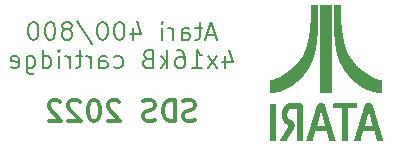
<source format=gbr>
G04 #@! TF.GenerationSoftware,KiCad,Pcbnew,(6.0.11)*
G04 #@! TF.CreationDate,2023-02-19T10:02:12-08:00*
G04 #@! TF.ProjectId,AtariCart,41746172-6943-4617-9274-2e6b69636164,rev?*
G04 #@! TF.SameCoordinates,Original*
G04 #@! TF.FileFunction,Legend,Bot*
G04 #@! TF.FilePolarity,Positive*
%FSLAX46Y46*%
G04 Gerber Fmt 4.6, Leading zero omitted, Abs format (unit mm)*
G04 Created by KiCad (PCBNEW (6.0.11)) date 2023-02-19 10:02:12*
%MOMM*%
%LPD*%
G01*
G04 APERTURE LIST*
%ADD10C,0.200000*%
%ADD11C,0.300000*%
G04 APERTURE END LIST*
D10*
X47298571Y-53398500D02*
X46584285Y-53398500D01*
X47441428Y-53827071D02*
X46941428Y-52327071D01*
X46441428Y-53827071D01*
X46155714Y-52827071D02*
X45584285Y-52827071D01*
X45941428Y-52327071D02*
X45941428Y-53612785D01*
X45870000Y-53755642D01*
X45727142Y-53827071D01*
X45584285Y-53827071D01*
X44441428Y-53827071D02*
X44441428Y-53041357D01*
X44512857Y-52898500D01*
X44655714Y-52827071D01*
X44941428Y-52827071D01*
X45084285Y-52898500D01*
X44441428Y-53755642D02*
X44584285Y-53827071D01*
X44941428Y-53827071D01*
X45084285Y-53755642D01*
X45155714Y-53612785D01*
X45155714Y-53469928D01*
X45084285Y-53327071D01*
X44941428Y-53255642D01*
X44584285Y-53255642D01*
X44441428Y-53184214D01*
X43727142Y-53827071D02*
X43727142Y-52827071D01*
X43727142Y-53112785D02*
X43655714Y-52969928D01*
X43584285Y-52898500D01*
X43441428Y-52827071D01*
X43298571Y-52827071D01*
X42798571Y-53827071D02*
X42798571Y-52827071D01*
X42798571Y-52327071D02*
X42870000Y-52398500D01*
X42798571Y-52469928D01*
X42727142Y-52398500D01*
X42798571Y-52327071D01*
X42798571Y-52469928D01*
X40298571Y-52827071D02*
X40298571Y-53827071D01*
X40655714Y-52255642D02*
X41012857Y-53327071D01*
X40084285Y-53327071D01*
X39227142Y-52327071D02*
X39084285Y-52327071D01*
X38941428Y-52398500D01*
X38870000Y-52469928D01*
X38798571Y-52612785D01*
X38727142Y-52898500D01*
X38727142Y-53255642D01*
X38798571Y-53541357D01*
X38870000Y-53684214D01*
X38941428Y-53755642D01*
X39084285Y-53827071D01*
X39227142Y-53827071D01*
X39370000Y-53755642D01*
X39441428Y-53684214D01*
X39512857Y-53541357D01*
X39584285Y-53255642D01*
X39584285Y-52898500D01*
X39512857Y-52612785D01*
X39441428Y-52469928D01*
X39370000Y-52398500D01*
X39227142Y-52327071D01*
X37798571Y-52327071D02*
X37655714Y-52327071D01*
X37512857Y-52398500D01*
X37441428Y-52469928D01*
X37370000Y-52612785D01*
X37298571Y-52898500D01*
X37298571Y-53255642D01*
X37370000Y-53541357D01*
X37441428Y-53684214D01*
X37512857Y-53755642D01*
X37655714Y-53827071D01*
X37798571Y-53827071D01*
X37941428Y-53755642D01*
X38012857Y-53684214D01*
X38084285Y-53541357D01*
X38155714Y-53255642D01*
X38155714Y-52898500D01*
X38084285Y-52612785D01*
X38012857Y-52469928D01*
X37941428Y-52398500D01*
X37798571Y-52327071D01*
X35584285Y-52255642D02*
X36870000Y-54184214D01*
X34870000Y-52969928D02*
X35012857Y-52898500D01*
X35084285Y-52827071D01*
X35155714Y-52684214D01*
X35155714Y-52612785D01*
X35084285Y-52469928D01*
X35012857Y-52398500D01*
X34870000Y-52327071D01*
X34584285Y-52327071D01*
X34441428Y-52398500D01*
X34370000Y-52469928D01*
X34298571Y-52612785D01*
X34298571Y-52684214D01*
X34370000Y-52827071D01*
X34441428Y-52898500D01*
X34584285Y-52969928D01*
X34870000Y-52969928D01*
X35012857Y-53041357D01*
X35084285Y-53112785D01*
X35155714Y-53255642D01*
X35155714Y-53541357D01*
X35084285Y-53684214D01*
X35012857Y-53755642D01*
X34870000Y-53827071D01*
X34584285Y-53827071D01*
X34441428Y-53755642D01*
X34370000Y-53684214D01*
X34298571Y-53541357D01*
X34298571Y-53255642D01*
X34370000Y-53112785D01*
X34441428Y-53041357D01*
X34584285Y-52969928D01*
X33370000Y-52327071D02*
X33227142Y-52327071D01*
X33084285Y-52398500D01*
X33012857Y-52469928D01*
X32941428Y-52612785D01*
X32870000Y-52898500D01*
X32870000Y-53255642D01*
X32941428Y-53541357D01*
X33012857Y-53684214D01*
X33084285Y-53755642D01*
X33227142Y-53827071D01*
X33370000Y-53827071D01*
X33512857Y-53755642D01*
X33584285Y-53684214D01*
X33655714Y-53541357D01*
X33727142Y-53255642D01*
X33727142Y-52898500D01*
X33655714Y-52612785D01*
X33584285Y-52469928D01*
X33512857Y-52398500D01*
X33370000Y-52327071D01*
X31941428Y-52327071D02*
X31798571Y-52327071D01*
X31655714Y-52398500D01*
X31584285Y-52469928D01*
X31512857Y-52612785D01*
X31441428Y-52898500D01*
X31441428Y-53255642D01*
X31512857Y-53541357D01*
X31584285Y-53684214D01*
X31655714Y-53755642D01*
X31798571Y-53827071D01*
X31941428Y-53827071D01*
X32084285Y-53755642D01*
X32155714Y-53684214D01*
X32227142Y-53541357D01*
X32298571Y-53255642D01*
X32298571Y-52898500D01*
X32227142Y-52612785D01*
X32155714Y-52469928D01*
X32084285Y-52398500D01*
X31941428Y-52327071D01*
X48084285Y-55242071D02*
X48084285Y-56242071D01*
X48441428Y-54670642D02*
X48798571Y-55742071D01*
X47870000Y-55742071D01*
X47441428Y-56242071D02*
X46655714Y-55242071D01*
X47441428Y-55242071D02*
X46655714Y-56242071D01*
X45298571Y-56242071D02*
X46155714Y-56242071D01*
X45727142Y-56242071D02*
X45727142Y-54742071D01*
X45870000Y-54956357D01*
X46012857Y-55099214D01*
X46155714Y-55170642D01*
X44012857Y-54742071D02*
X44298571Y-54742071D01*
X44441428Y-54813500D01*
X44512857Y-54884928D01*
X44655714Y-55099214D01*
X44727142Y-55384928D01*
X44727142Y-55956357D01*
X44655714Y-56099214D01*
X44584285Y-56170642D01*
X44441428Y-56242071D01*
X44155714Y-56242071D01*
X44012857Y-56170642D01*
X43941428Y-56099214D01*
X43870000Y-55956357D01*
X43870000Y-55599214D01*
X43941428Y-55456357D01*
X44012857Y-55384928D01*
X44155714Y-55313500D01*
X44441428Y-55313500D01*
X44584285Y-55384928D01*
X44655714Y-55456357D01*
X44727142Y-55599214D01*
X43227142Y-56242071D02*
X43227142Y-54742071D01*
X43084285Y-55670642D02*
X42655714Y-56242071D01*
X42655714Y-55242071D02*
X43227142Y-55813500D01*
X41512857Y-55456357D02*
X41298571Y-55527785D01*
X41227142Y-55599214D01*
X41155714Y-55742071D01*
X41155714Y-55956357D01*
X41227142Y-56099214D01*
X41298571Y-56170642D01*
X41441428Y-56242071D01*
X42012857Y-56242071D01*
X42012857Y-54742071D01*
X41512857Y-54742071D01*
X41370000Y-54813500D01*
X41298571Y-54884928D01*
X41227142Y-55027785D01*
X41227142Y-55170642D01*
X41298571Y-55313500D01*
X41370000Y-55384928D01*
X41512857Y-55456357D01*
X42012857Y-55456357D01*
X38727142Y-56170642D02*
X38870000Y-56242071D01*
X39155714Y-56242071D01*
X39298571Y-56170642D01*
X39370000Y-56099214D01*
X39441428Y-55956357D01*
X39441428Y-55527785D01*
X39370000Y-55384928D01*
X39298571Y-55313500D01*
X39155714Y-55242071D01*
X38870000Y-55242071D01*
X38727142Y-55313500D01*
X37441428Y-56242071D02*
X37441428Y-55456357D01*
X37512857Y-55313500D01*
X37655714Y-55242071D01*
X37941428Y-55242071D01*
X38084285Y-55313500D01*
X37441428Y-56170642D02*
X37584285Y-56242071D01*
X37941428Y-56242071D01*
X38084285Y-56170642D01*
X38155714Y-56027785D01*
X38155714Y-55884928D01*
X38084285Y-55742071D01*
X37941428Y-55670642D01*
X37584285Y-55670642D01*
X37441428Y-55599214D01*
X36727142Y-56242071D02*
X36727142Y-55242071D01*
X36727142Y-55527785D02*
X36655714Y-55384928D01*
X36584285Y-55313500D01*
X36441428Y-55242071D01*
X36298571Y-55242071D01*
X36012857Y-55242071D02*
X35441428Y-55242071D01*
X35798571Y-54742071D02*
X35798571Y-56027785D01*
X35727142Y-56170642D01*
X35584285Y-56242071D01*
X35441428Y-56242071D01*
X34941428Y-56242071D02*
X34941428Y-55242071D01*
X34941428Y-55527785D02*
X34870000Y-55384928D01*
X34798571Y-55313500D01*
X34655714Y-55242071D01*
X34512857Y-55242071D01*
X34012857Y-56242071D02*
X34012857Y-55242071D01*
X34012857Y-54742071D02*
X34084285Y-54813500D01*
X34012857Y-54884928D01*
X33941428Y-54813500D01*
X34012857Y-54742071D01*
X34012857Y-54884928D01*
X32655714Y-56242071D02*
X32655714Y-54742071D01*
X32655714Y-56170642D02*
X32798571Y-56242071D01*
X33084285Y-56242071D01*
X33227142Y-56170642D01*
X33298571Y-56099214D01*
X33370000Y-55956357D01*
X33370000Y-55527785D01*
X33298571Y-55384928D01*
X33227142Y-55313500D01*
X33084285Y-55242071D01*
X32798571Y-55242071D01*
X32655714Y-55313500D01*
X31298571Y-55242071D02*
X31298571Y-56456357D01*
X31370000Y-56599214D01*
X31441428Y-56670642D01*
X31584285Y-56742071D01*
X31798571Y-56742071D01*
X31941428Y-56670642D01*
X31298571Y-56170642D02*
X31441428Y-56242071D01*
X31727142Y-56242071D01*
X31870000Y-56170642D01*
X31941428Y-56099214D01*
X32012857Y-55956357D01*
X32012857Y-55527785D01*
X31941428Y-55384928D01*
X31870000Y-55313500D01*
X31727142Y-55242071D01*
X31441428Y-55242071D01*
X31298571Y-55313500D01*
X30012857Y-56170642D02*
X30155714Y-56242071D01*
X30441428Y-56242071D01*
X30584285Y-56170642D01*
X30655714Y-56027785D01*
X30655714Y-55456357D01*
X30584285Y-55313500D01*
X30441428Y-55242071D01*
X30155714Y-55242071D01*
X30012857Y-55313500D01*
X29941428Y-55456357D01*
X29941428Y-55599214D01*
X30655714Y-55742071D01*
D11*
X45578333Y-60652333D02*
X45328333Y-60735666D01*
X44911666Y-60735666D01*
X44745000Y-60652333D01*
X44661666Y-60569000D01*
X44578333Y-60402333D01*
X44578333Y-60235666D01*
X44661666Y-60069000D01*
X44745000Y-59985666D01*
X44911666Y-59902333D01*
X45245000Y-59819000D01*
X45411666Y-59735666D01*
X45495000Y-59652333D01*
X45578333Y-59485666D01*
X45578333Y-59319000D01*
X45495000Y-59152333D01*
X45411666Y-59069000D01*
X45245000Y-58985666D01*
X44828333Y-58985666D01*
X44578333Y-59069000D01*
X43828333Y-60735666D02*
X43828333Y-58985666D01*
X43411666Y-58985666D01*
X43161666Y-59069000D01*
X42995000Y-59235666D01*
X42911666Y-59402333D01*
X42828333Y-59735666D01*
X42828333Y-59985666D01*
X42911666Y-60319000D01*
X42995000Y-60485666D01*
X43161666Y-60652333D01*
X43411666Y-60735666D01*
X43828333Y-60735666D01*
X42161666Y-60652333D02*
X41911666Y-60735666D01*
X41495000Y-60735666D01*
X41328333Y-60652333D01*
X41245000Y-60569000D01*
X41161666Y-60402333D01*
X41161666Y-60235666D01*
X41245000Y-60069000D01*
X41328333Y-59985666D01*
X41495000Y-59902333D01*
X41828333Y-59819000D01*
X41995000Y-59735666D01*
X42078333Y-59652333D01*
X42161666Y-59485666D01*
X42161666Y-59319000D01*
X42078333Y-59152333D01*
X41995000Y-59069000D01*
X41828333Y-58985666D01*
X41411666Y-58985666D01*
X41161666Y-59069000D01*
X39161666Y-59152333D02*
X39078333Y-59069000D01*
X38911666Y-58985666D01*
X38495000Y-58985666D01*
X38328333Y-59069000D01*
X38245000Y-59152333D01*
X38161666Y-59319000D01*
X38161666Y-59485666D01*
X38245000Y-59735666D01*
X39245000Y-60735666D01*
X38161666Y-60735666D01*
X37078333Y-58985666D02*
X36911666Y-58985666D01*
X36745000Y-59069000D01*
X36661666Y-59152333D01*
X36578333Y-59319000D01*
X36495000Y-59652333D01*
X36495000Y-60069000D01*
X36578333Y-60402333D01*
X36661666Y-60569000D01*
X36745000Y-60652333D01*
X36911666Y-60735666D01*
X37078333Y-60735666D01*
X37245000Y-60652333D01*
X37328333Y-60569000D01*
X37411666Y-60402333D01*
X37495000Y-60069000D01*
X37495000Y-59652333D01*
X37411666Y-59319000D01*
X37328333Y-59152333D01*
X37245000Y-59069000D01*
X37078333Y-58985666D01*
X35828333Y-59152333D02*
X35745000Y-59069000D01*
X35578333Y-58985666D01*
X35161666Y-58985666D01*
X34995000Y-59069000D01*
X34911666Y-59152333D01*
X34828333Y-59319000D01*
X34828333Y-59485666D01*
X34911666Y-59735666D01*
X35911666Y-60735666D01*
X34828333Y-60735666D01*
X34161666Y-59152333D02*
X34078333Y-59069000D01*
X33911666Y-58985666D01*
X33495000Y-58985666D01*
X33328333Y-59069000D01*
X33245000Y-59152333D01*
X33161666Y-59319000D01*
X33161666Y-59485666D01*
X33245000Y-59735666D01*
X34245000Y-60735666D01*
X33161666Y-60735666D01*
G36*
X57161947Y-54649108D02*
G01*
X57161889Y-58362339D01*
X56122000Y-58362339D01*
X56122000Y-50935877D01*
X57162006Y-50935877D01*
X57161947Y-54649108D01*
G37*
G36*
X57107861Y-61205390D02*
G01*
X57118652Y-61241446D01*
X57130444Y-61280912D01*
X57142917Y-61322707D01*
X57155748Y-61365748D01*
X57168614Y-61408951D01*
X57181195Y-61451233D01*
X57193167Y-61491513D01*
X57204208Y-61528706D01*
X57213997Y-61561730D01*
X57222210Y-61589503D01*
X57228527Y-61610941D01*
X57232625Y-61624962D01*
X57234181Y-61630482D01*
X57234637Y-61632319D01*
X57237521Y-61642369D01*
X57242340Y-61658423D01*
X57248350Y-61677991D01*
X57252257Y-61690711D01*
X57258816Y-61712295D01*
X57267267Y-61740258D01*
X57277271Y-61773458D01*
X57288485Y-61810757D01*
X57300569Y-61851015D01*
X57313182Y-61893091D01*
X57325983Y-61935847D01*
X57338630Y-61978143D01*
X57350784Y-62018838D01*
X57362102Y-62056794D01*
X57372244Y-62090870D01*
X57380869Y-62119927D01*
X57387637Y-62142826D01*
X57392205Y-62158426D01*
X57394233Y-62165587D01*
X57395008Y-62168321D01*
X57398355Y-62178090D01*
X57398580Y-62178722D01*
X57401297Y-62187306D01*
X57406254Y-62203612D01*
X57412978Y-62226066D01*
X57420996Y-62253091D01*
X57429837Y-62283110D01*
X57431642Y-62289257D01*
X57440308Y-62318681D01*
X57448015Y-62344706D01*
X57454301Y-62365780D01*
X57458704Y-62380356D01*
X57460763Y-62386881D01*
X57460212Y-62387908D01*
X57455880Y-62389169D01*
X57446796Y-62390224D01*
X57432303Y-62391088D01*
X57411745Y-62391777D01*
X57384467Y-62392306D01*
X57349813Y-62392690D01*
X57307127Y-62392946D01*
X57255753Y-62393088D01*
X57195035Y-62393132D01*
X57169044Y-62393114D01*
X57119771Y-62392981D01*
X57074086Y-62392726D01*
X57032905Y-62392364D01*
X56997144Y-62391906D01*
X56967718Y-62391367D01*
X56945545Y-62390757D01*
X56931539Y-62390091D01*
X56926618Y-62389381D01*
X56926551Y-62388758D01*
X56926174Y-62386240D01*
X56925316Y-62382138D01*
X56923643Y-62375103D01*
X56920819Y-62363783D01*
X56916508Y-62346828D01*
X56910375Y-62322888D01*
X56902084Y-62290612D01*
X56900120Y-62282962D01*
X56892694Y-62253972D01*
X56884480Y-62221815D01*
X56875888Y-62188100D01*
X56867324Y-62154433D01*
X56859197Y-62122421D01*
X56851915Y-62093671D01*
X56845887Y-62069790D01*
X56841519Y-62052385D01*
X56839221Y-62043063D01*
X56838927Y-62041854D01*
X56836959Y-62034006D01*
X56833274Y-62019481D01*
X56827762Y-61997848D01*
X56820312Y-61968676D01*
X56810816Y-61931536D01*
X56799164Y-61885999D01*
X56785245Y-61831633D01*
X56768949Y-61768009D01*
X56762555Y-61742931D01*
X56755777Y-61716071D01*
X56750133Y-61693408D01*
X56746079Y-61676771D01*
X56744069Y-61667989D01*
X56741966Y-61658585D01*
X56738360Y-61645485D01*
X56735821Y-61637426D01*
X56733178Y-61627676D01*
X56730003Y-61613829D01*
X56727996Y-61605513D01*
X56724366Y-61592551D01*
X56723766Y-61591140D01*
X56722435Y-61589726D01*
X56719850Y-61588487D01*
X56715427Y-61587416D01*
X56708584Y-61586501D01*
X56698736Y-61585733D01*
X56685303Y-61585103D01*
X56667699Y-61584600D01*
X56645343Y-61584214D01*
X56617652Y-61583937D01*
X56584041Y-61583758D01*
X56543929Y-61583667D01*
X56496732Y-61583655D01*
X56441867Y-61583712D01*
X56378751Y-61583828D01*
X56306801Y-61583993D01*
X56225434Y-61584199D01*
X55729557Y-61585473D01*
X55703252Y-61682992D01*
X55701890Y-61688047D01*
X55693845Y-61718002D01*
X55686681Y-61744867D01*
X55680831Y-61767001D01*
X55676730Y-61782764D01*
X55674811Y-61790513D01*
X55673394Y-61796340D01*
X55669567Y-61811188D01*
X55663696Y-61833556D01*
X55656053Y-61862434D01*
X55646911Y-61896810D01*
X55636541Y-61935674D01*
X55625215Y-61978016D01*
X55613205Y-62022823D01*
X55600783Y-62069086D01*
X55588221Y-62115794D01*
X55575790Y-62161935D01*
X55563763Y-62206499D01*
X55552412Y-62248475D01*
X55542009Y-62286853D01*
X55532824Y-62320621D01*
X55525131Y-62348769D01*
X55519201Y-62370285D01*
X55515307Y-62384160D01*
X55513719Y-62389381D01*
X55511891Y-62389785D01*
X55501342Y-62390467D01*
X55482231Y-62391099D01*
X55455473Y-62391668D01*
X55421988Y-62392162D01*
X55382691Y-62392567D01*
X55338501Y-62392873D01*
X55290335Y-62393065D01*
X55239110Y-62393132D01*
X54966810Y-62393132D01*
X54970097Y-62379379D01*
X54973274Y-62368452D01*
X54977868Y-62356875D01*
X54979947Y-62351764D01*
X54979500Y-62348123D01*
X54978971Y-62345682D01*
X54982174Y-62337797D01*
X54985607Y-62330249D01*
X54989673Y-62317223D01*
X54989785Y-62316682D01*
X54992255Y-62307373D01*
X54997028Y-62290861D01*
X55003474Y-62269227D01*
X55010963Y-62244552D01*
X55018863Y-62218916D01*
X55026543Y-62194401D01*
X55033373Y-62173089D01*
X55034199Y-62170539D01*
X55037802Y-62159050D01*
X55039470Y-62153085D01*
X55039602Y-62152523D01*
X55041809Y-62145010D01*
X55046121Y-62131035D01*
X55051776Y-62113077D01*
X55053064Y-62109012D01*
X55058639Y-62091162D01*
X55062799Y-62077450D01*
X55064723Y-62070569D01*
X55065207Y-62068706D01*
X55068195Y-62058645D01*
X55073166Y-62042603D01*
X55079356Y-62023059D01*
X55082099Y-62014451D01*
X55087873Y-61996098D01*
X55092108Y-61982304D01*
X55094040Y-61975550D01*
X55095590Y-61969878D01*
X55099393Y-61957058D01*
X55104457Y-61940543D01*
X55108894Y-61926201D01*
X55112864Y-61913216D01*
X55114767Y-61906786D01*
X55117000Y-61900535D01*
X55117214Y-61900077D01*
X55119500Y-61893034D01*
X55119771Y-61892007D01*
X55121758Y-61886782D01*
X55122364Y-61885442D01*
X55124285Y-61878031D01*
X55125039Y-61875098D01*
X55128427Y-61863404D01*
X55133955Y-61845021D01*
X55141070Y-61821780D01*
X55149217Y-61795514D01*
X55153844Y-61780659D01*
X55161522Y-61755845D01*
X55167886Y-61735074D01*
X55172377Y-61720181D01*
X55174433Y-61712998D01*
X55175285Y-61709490D01*
X55176618Y-61704246D01*
X55177198Y-61700565D01*
X55177582Y-61698956D01*
X55180423Y-61690111D01*
X55185078Y-61676811D01*
X55187081Y-61671149D01*
X55191745Y-61657107D01*
X55194362Y-61647934D01*
X55195812Y-61642523D01*
X55199824Y-61628942D01*
X55205622Y-61609972D01*
X55212507Y-61587922D01*
X55218147Y-61569972D01*
X55223996Y-61551204D01*
X55228131Y-61537747D01*
X55229900Y-61531713D01*
X55231758Y-61526712D01*
X55232383Y-61525362D01*
X55234432Y-61517960D01*
X55235207Y-61515042D01*
X55238613Y-61503355D01*
X55244133Y-61484970D01*
X55251212Y-61461721D01*
X55259299Y-61435444D01*
X55263977Y-61420299D01*
X55271485Y-61395912D01*
X55277646Y-61375798D01*
X55281921Y-61361716D01*
X55283772Y-61355428D01*
X55284285Y-61353540D01*
X55287630Y-61342425D01*
X55292380Y-61327405D01*
X55297156Y-61312798D01*
X55300575Y-61302917D01*
X55301702Y-61299610D01*
X55304604Y-61287915D01*
X55304667Y-61287557D01*
X55306977Y-61278672D01*
X55311485Y-61263604D01*
X55317283Y-61245406D01*
X55317919Y-61243461D01*
X55323555Y-61225958D01*
X55327794Y-61212335D01*
X55329760Y-61205398D01*
X55330808Y-61201481D01*
X55334351Y-61189389D01*
X55339711Y-61171609D01*
X55342384Y-61162890D01*
X55890750Y-61162890D01*
X56228875Y-61162890D01*
X56260919Y-61162873D01*
X56316474Y-61162761D01*
X56368538Y-61162553D01*
X56416299Y-61162257D01*
X56458942Y-61161881D01*
X56495654Y-61161436D01*
X56525621Y-61160931D01*
X56548029Y-61160373D01*
X56562064Y-61159773D01*
X56566914Y-61159139D01*
X56565716Y-61153297D01*
X56562429Y-61139764D01*
X56557563Y-61120611D01*
X56551628Y-61097877D01*
X56545809Y-61075797D01*
X56540498Y-61055512D01*
X56536594Y-61040463D01*
X56534677Y-61032864D01*
X56534650Y-61032752D01*
X56532685Y-61024909D01*
X56528766Y-61009621D01*
X56523451Y-60989049D01*
X56517294Y-60965351D01*
X56511038Y-60941114D01*
X56505519Y-60919324D01*
X56501352Y-60902436D01*
X56499135Y-60892837D01*
X56496990Y-60883424D01*
X56493360Y-60870332D01*
X56491389Y-60863946D01*
X56489101Y-60855329D01*
X56488629Y-60853336D01*
X56486004Y-60842850D01*
X56481435Y-60824861D01*
X56475290Y-60800812D01*
X56467938Y-60772146D01*
X56459748Y-60740307D01*
X56455633Y-60724333D01*
X56447682Y-60693452D01*
X56440676Y-60666223D01*
X56435002Y-60644155D01*
X56431048Y-60628755D01*
X56429203Y-60621533D01*
X56428053Y-60617000D01*
X56424707Y-60604030D01*
X56423407Y-60599064D01*
X56417601Y-60576782D01*
X56411440Y-60553013D01*
X56405500Y-60529991D01*
X56400356Y-60509949D01*
X56396583Y-60495120D01*
X56394756Y-60487738D01*
X56394065Y-60484850D01*
X56391029Y-60472958D01*
X56387000Y-60457751D01*
X56385293Y-60451374D01*
X56381503Y-60436988D01*
X56379163Y-60427765D01*
X56377560Y-60421312D01*
X56374016Y-60407402D01*
X56369586Y-60390238D01*
X56366044Y-60376352D01*
X56361864Y-60359335D01*
X56359204Y-60347729D01*
X56357016Y-60338309D01*
X56353360Y-60325225D01*
X56351384Y-60318840D01*
X56349066Y-60310222D01*
X56347591Y-60304212D01*
X56344009Y-60290069D01*
X56338740Y-60269442D01*
X56332197Y-60243948D01*
X56324792Y-60215203D01*
X56317589Y-60187263D01*
X56310886Y-60161205D01*
X56305396Y-60139806D01*
X56301550Y-60124741D01*
X56299777Y-60117684D01*
X56298600Y-60112964D01*
X56295177Y-60099528D01*
X56290072Y-60079615D01*
X56283747Y-60055020D01*
X56276666Y-60027540D01*
X56269293Y-59998970D01*
X56262091Y-59971107D01*
X56255524Y-59945746D01*
X56250055Y-59924684D01*
X56246149Y-59909718D01*
X56244268Y-59902642D01*
X56244093Y-59902015D01*
X56241324Y-59891560D01*
X56237779Y-59877637D01*
X56236708Y-59873476D01*
X56234652Y-59867375D01*
X56232551Y-59865994D01*
X56229939Y-59870332D01*
X56226346Y-59881388D01*
X56221305Y-59900160D01*
X56214348Y-59927647D01*
X56210431Y-59943063D01*
X56204128Y-59967172D01*
X56198446Y-59988133D01*
X56194263Y-60002662D01*
X56192483Y-60008597D01*
X56187903Y-60025115D01*
X56184915Y-60037668D01*
X56184159Y-60041090D01*
X56180924Y-60054201D01*
X56175839Y-60073935D01*
X56169429Y-60098271D01*
X56162219Y-60125186D01*
X56158474Y-60139088D01*
X56151674Y-60164543D01*
X56145969Y-60186176D01*
X56141867Y-60202044D01*
X56139881Y-60210202D01*
X56139523Y-60211820D01*
X56138206Y-60217257D01*
X56135935Y-60226201D01*
X56132531Y-60239336D01*
X56127812Y-60257345D01*
X56121597Y-60280913D01*
X56113707Y-60310724D01*
X56103961Y-60347461D01*
X56092177Y-60391810D01*
X56078177Y-60444455D01*
X56061777Y-60506079D01*
X56057870Y-60520789D01*
X56051165Y-60546185D01*
X56045551Y-60567640D01*
X56041527Y-60583246D01*
X56039590Y-60591096D01*
X56037901Y-60598157D01*
X56034182Y-60612774D01*
X56029578Y-60630285D01*
X56024946Y-60647662D01*
X56016839Y-60678163D01*
X56008146Y-60710955D01*
X55999261Y-60744543D01*
X55990579Y-60777432D01*
X55982493Y-60808128D01*
X55975396Y-60835136D01*
X55969685Y-60856961D01*
X55965751Y-60872109D01*
X55963990Y-60879084D01*
X55963414Y-60881592D01*
X55961583Y-60889178D01*
X55959033Y-60899026D01*
X55955117Y-60913595D01*
X55949190Y-60935345D01*
X55945368Y-60949481D01*
X55941479Y-60964226D01*
X55939329Y-60972853D01*
X55939302Y-60972974D01*
X55937343Y-60980832D01*
X55933390Y-60996120D01*
X55928003Y-61016682D01*
X55921743Y-61040366D01*
X55921499Y-61041288D01*
X55915273Y-61064892D01*
X55909959Y-61085294D01*
X55906113Y-61100341D01*
X55904292Y-61107879D01*
X55903498Y-61111349D01*
X55902000Y-61115381D01*
X55901628Y-61115728D01*
X55900366Y-61119545D01*
X55898072Y-61129186D01*
X55894253Y-61146637D01*
X55890750Y-61162890D01*
X55342384Y-61162890D01*
X55346216Y-61150387D01*
X55350959Y-61134879D01*
X55356622Y-61115910D01*
X55360605Y-61101993D01*
X55362255Y-61095377D01*
X55363034Y-61092573D01*
X55368038Y-61084124D01*
X55370293Y-61080906D01*
X55370335Y-61077873D01*
X55369819Y-61076846D01*
X55371126Y-61069227D01*
X55375102Y-61056619D01*
X55377081Y-61051027D01*
X55381743Y-61036992D01*
X55384362Y-61027812D01*
X55385808Y-61022406D01*
X55389807Y-61008825D01*
X55395586Y-60989853D01*
X55402447Y-60967800D01*
X55408022Y-60949945D01*
X55413899Y-60930836D01*
X55418077Y-60916909D01*
X55419895Y-60910340D01*
X55420250Y-60908819D01*
X55423018Y-60898991D01*
X55427492Y-60884101D01*
X55432630Y-60867526D01*
X55437390Y-60852642D01*
X55440730Y-60842827D01*
X55441927Y-60839387D01*
X55444781Y-60829293D01*
X55445636Y-60825932D01*
X55449001Y-60814396D01*
X55453696Y-60799287D01*
X55453714Y-60799230D01*
X55459258Y-60781763D01*
X55466083Y-60760146D01*
X55473576Y-60736333D01*
X55481125Y-60712281D01*
X55488115Y-60689945D01*
X55493935Y-60671281D01*
X55497971Y-60658244D01*
X55499610Y-60652790D01*
X55500826Y-60647989D01*
X55504293Y-60635182D01*
X55508584Y-60619834D01*
X55512557Y-60606011D01*
X55515070Y-60597779D01*
X55516229Y-60594128D01*
X55517266Y-60589003D01*
X55517319Y-60588480D01*
X55519600Y-60581747D01*
X55524226Y-60570159D01*
X55525480Y-60567115D01*
X55529777Y-60555893D01*
X55531456Y-60550083D01*
X55532325Y-60545949D01*
X55535444Y-60534551D01*
X55540065Y-60518918D01*
X55543999Y-60505932D01*
X55547882Y-60492982D01*
X55549767Y-60486507D01*
X55551758Y-60481506D01*
X55552495Y-60479693D01*
X55554409Y-60471723D01*
X55555653Y-60466523D01*
X55559422Y-60453101D01*
X55564414Y-60436716D01*
X55565971Y-60431784D01*
X55571159Y-60415269D01*
X55574122Y-60405567D01*
X55575520Y-60400462D01*
X55576012Y-60397739D01*
X55576028Y-60397631D01*
X55577995Y-60391340D01*
X55582093Y-60380236D01*
X55586619Y-60367614D01*
X55589565Y-60357731D01*
X55589643Y-60357394D01*
X55592138Y-60348524D01*
X55596732Y-60333445D01*
X55602494Y-60315223D01*
X55603050Y-60313492D01*
X55608634Y-60295754D01*
X55612873Y-60281708D01*
X55614888Y-60274263D01*
X55615022Y-60273609D01*
X55617674Y-60263557D01*
X55622041Y-60248840D01*
X55626802Y-60233781D01*
X55630635Y-60222705D01*
X55631926Y-60219153D01*
X55634642Y-60210202D01*
X55635958Y-60205493D01*
X55639746Y-60192766D01*
X55645308Y-60174439D01*
X55651987Y-60152691D01*
X55657541Y-60134552D01*
X55662965Y-60116462D01*
X55666579Y-60103950D01*
X55667798Y-60099000D01*
X55668026Y-60097686D01*
X55670569Y-60089467D01*
X55675078Y-60076496D01*
X55676978Y-60071102D01*
X55681850Y-60056160D01*
X55684752Y-60045598D01*
X55685979Y-60040552D01*
X55690374Y-60025090D01*
X55696997Y-60003420D01*
X55705211Y-59977657D01*
X55706322Y-59974063D01*
X55707922Y-59967655D01*
X55709342Y-59962801D01*
X55713044Y-59952652D01*
X55716498Y-59942982D01*
X55719521Y-59932648D01*
X55720086Y-59930279D01*
X55721481Y-59925175D01*
X55723879Y-59917020D01*
X55727613Y-59904733D01*
X55733014Y-59887231D01*
X55740416Y-59863433D01*
X55750150Y-59832257D01*
X55762549Y-59792620D01*
X55768192Y-59774557D01*
X55773927Y-59756115D01*
X55777938Y-59743115D01*
X55779590Y-59737609D01*
X55780114Y-59735724D01*
X55782855Y-59726413D01*
X55787000Y-59712604D01*
X55789101Y-59705631D01*
X55792854Y-59693029D01*
X55794778Y-59686349D01*
X55797000Y-59680098D01*
X55797214Y-59679640D01*
X55799500Y-59672597D01*
X55799771Y-59671570D01*
X55801758Y-59666345D01*
X55802367Y-59665004D01*
X55804307Y-59657594D01*
X55804505Y-59656714D01*
X55807127Y-59647101D01*
X55811741Y-59631417D01*
X55817491Y-59612585D01*
X55818857Y-59608176D01*
X55824163Y-59590907D01*
X55827990Y-59578212D01*
X55829588Y-59572577D01*
X55830145Y-59570561D01*
X55833145Y-59560722D01*
X55838119Y-59544814D01*
X55844372Y-59525068D01*
X55847788Y-59514275D01*
X55853637Y-59495455D01*
X55857912Y-59481247D01*
X55859866Y-59474106D01*
X55859994Y-59473487D01*
X55862701Y-59463259D01*
X55867123Y-59448422D01*
X55871906Y-59433382D01*
X55875698Y-59422547D01*
X55877103Y-59418869D01*
X55879287Y-59412545D01*
X55882424Y-59404892D01*
X55889396Y-59390823D01*
X55898692Y-59373281D01*
X55908871Y-59354920D01*
X55918492Y-59338394D01*
X55926114Y-59326353D01*
X55927953Y-59323734D01*
X55946186Y-59301007D01*
X55968629Y-59277075D01*
X55992089Y-59255154D01*
X56013376Y-59238459D01*
X56016037Y-59236675D01*
X56030247Y-59227696D01*
X56046717Y-59217906D01*
X56063288Y-59208508D01*
X56077799Y-59200704D01*
X56088090Y-59195698D01*
X56092000Y-59194691D01*
X56093832Y-59194700D01*
X56102595Y-59192194D01*
X56116153Y-59187363D01*
X56139419Y-59180457D01*
X56173911Y-59174376D01*
X56212015Y-59171098D01*
X56250374Y-59170888D01*
X56285631Y-59174010D01*
X56312436Y-59179706D01*
X56348499Y-59191133D01*
X56385181Y-59206136D01*
X56418955Y-59223243D01*
X56446293Y-59240984D01*
X56447258Y-59241735D01*
X56457431Y-59250415D01*
X56470402Y-59262379D01*
X56484483Y-59275946D01*
X56497987Y-59289433D01*
X56509226Y-59301159D01*
X56516512Y-59309443D01*
X56518158Y-59312602D01*
X56517100Y-59312965D01*
X56519547Y-59316353D01*
X56522078Y-59318748D01*
X56530147Y-59329292D01*
X56540157Y-59344764D01*
X56550369Y-59362388D01*
X56559043Y-59379386D01*
X56560355Y-59382469D01*
X56565436Y-59396313D01*
X56572422Y-59416956D01*
X56580679Y-59442372D01*
X56589570Y-59470533D01*
X56598462Y-59499411D01*
X56606718Y-59526979D01*
X56613703Y-59551210D01*
X56618783Y-59570076D01*
X56618975Y-59570799D01*
X56621626Y-59579662D01*
X56625728Y-59592581D01*
X56626841Y-59596164D01*
X56630797Y-59609211D01*
X56637245Y-59630639D01*
X56645966Y-59659711D01*
X56656738Y-59695688D01*
X56669340Y-59737829D01*
X56683552Y-59785398D01*
X56699152Y-59837655D01*
X56715920Y-59893860D01*
X56733634Y-59953276D01*
X56752075Y-60015164D01*
X56762249Y-60049317D01*
X56780683Y-60111173D01*
X56798444Y-60170746D01*
X56815289Y-60227224D01*
X56830978Y-60279795D01*
X56845266Y-60327649D01*
X56857912Y-60369974D01*
X56868674Y-60405958D01*
X56877309Y-60434790D01*
X56883575Y-60455659D01*
X56887229Y-60467753D01*
X56891424Y-60481546D01*
X56899405Y-60507922D01*
X56908855Y-60539273D01*
X56919379Y-60574275D01*
X56930581Y-60611605D01*
X56942066Y-60649941D01*
X56953438Y-60687960D01*
X56964301Y-60724338D01*
X56974260Y-60757754D01*
X56982920Y-60786883D01*
X56989884Y-60810403D01*
X56994758Y-60826992D01*
X56997144Y-60835325D01*
X57000622Y-60847597D01*
X57005937Y-60865596D01*
X57011912Y-60885335D01*
X57012451Y-60887092D01*
X57017808Y-60904674D01*
X57021927Y-60918370D01*
X57023954Y-60925343D01*
X57024537Y-60927480D01*
X57026547Y-60934464D01*
X57029974Y-60946095D01*
X57035029Y-60963077D01*
X57041922Y-60986114D01*
X57050865Y-61015910D01*
X57062068Y-61053168D01*
X57075742Y-61098593D01*
X57092097Y-61152888D01*
X57093977Y-61159139D01*
X57098395Y-61173828D01*
X57107861Y-61205390D01*
G37*
G36*
X59295361Y-59448818D02*
G01*
X59295302Y-59660125D01*
X58907455Y-59660109D01*
X58519608Y-59660094D01*
X58519787Y-61026659D01*
X58519966Y-62393223D01*
X58269733Y-62391928D01*
X58019500Y-62390632D01*
X58019500Y-59660094D01*
X57631127Y-59660555D01*
X57577594Y-59660611D01*
X57512622Y-59660648D01*
X57456532Y-59660627D01*
X57408678Y-59660536D01*
X57368414Y-59660364D01*
X57335095Y-59660096D01*
X57308075Y-59659721D01*
X57286707Y-59659227D01*
X57270347Y-59658600D01*
X57258348Y-59657829D01*
X57250066Y-59656902D01*
X57244853Y-59655805D01*
X57242064Y-59654526D01*
X57241054Y-59653053D01*
X57240995Y-59652534D01*
X57240757Y-59644450D01*
X57240566Y-59627955D01*
X57240420Y-59604351D01*
X57240318Y-59574944D01*
X57240257Y-59541036D01*
X57240237Y-59503931D01*
X57240255Y-59464934D01*
X57240310Y-59425347D01*
X57240400Y-59386475D01*
X57240523Y-59349622D01*
X57240679Y-59316090D01*
X57240864Y-59287185D01*
X57241078Y-59264209D01*
X57241319Y-59248467D01*
X57241584Y-59241262D01*
X57243695Y-59241022D01*
X57254898Y-59240661D01*
X57275330Y-59240311D01*
X57304523Y-59239973D01*
X57342011Y-59239650D01*
X57387327Y-59239343D01*
X57440002Y-59239053D01*
X57499569Y-59238783D01*
X57565562Y-59238534D01*
X57637511Y-59238308D01*
X57714951Y-59238107D01*
X57797414Y-59237932D01*
X57884432Y-59237785D01*
X57975538Y-59237668D01*
X58070265Y-59237582D01*
X58168144Y-59237529D01*
X58268710Y-59237511D01*
X59295419Y-59237511D01*
X59295361Y-59448818D01*
G37*
G36*
X61153808Y-61228021D02*
G01*
X61163659Y-61260946D01*
X61171967Y-61288767D01*
X61178397Y-61310366D01*
X61182615Y-61324624D01*
X61184287Y-61330423D01*
X61185032Y-61333147D01*
X61188301Y-61342925D01*
X61190099Y-61348216D01*
X61193578Y-61360429D01*
X61193968Y-61361897D01*
X61196933Y-61372247D01*
X61202185Y-61390098D01*
X61209257Y-61413879D01*
X61217682Y-61442020D01*
X61226994Y-61472951D01*
X61234730Y-61498597D01*
X61246325Y-61537147D01*
X61255672Y-61568408D01*
X61263203Y-61593833D01*
X61269350Y-61614873D01*
X61274545Y-61632982D01*
X61275177Y-61635149D01*
X61278484Y-61646173D01*
X61283595Y-61663014D01*
X61289696Y-61682992D01*
X61292289Y-61691479D01*
X61297858Y-61709886D01*
X61301971Y-61723726D01*
X61303881Y-61730502D01*
X61303954Y-61730798D01*
X61306153Y-61738530D01*
X61310390Y-61752712D01*
X61315820Y-61770510D01*
X61318998Y-61780905D01*
X61325290Y-61801669D01*
X61333106Y-61827606D01*
X61342004Y-61857242D01*
X61351545Y-61889100D01*
X61361289Y-61921707D01*
X61370795Y-61953587D01*
X61379623Y-61983264D01*
X61387333Y-62009263D01*
X61393485Y-62030109D01*
X61397638Y-62044328D01*
X61399353Y-62050443D01*
X61400099Y-62053253D01*
X61403498Y-62063067D01*
X61404541Y-62065942D01*
X61408271Y-62077840D01*
X61412596Y-62093073D01*
X61414416Y-62099779D01*
X61418053Y-62113033D01*
X61420180Y-62120578D01*
X61422209Y-62127367D01*
X61426252Y-62140890D01*
X61431394Y-62158086D01*
X61432234Y-62160898D01*
X61437806Y-62179573D01*
X61445186Y-62204346D01*
X61453513Y-62232322D01*
X61461924Y-62260606D01*
X61463841Y-62267045D01*
X61472196Y-62294898D01*
X61480213Y-62321322D01*
X61487061Y-62343596D01*
X61491913Y-62358998D01*
X61495696Y-62371935D01*
X61498327Y-62384343D01*
X61498212Y-62390254D01*
X61497040Y-62390495D01*
X61487586Y-62391031D01*
X61469473Y-62391528D01*
X61443634Y-62391976D01*
X61411003Y-62392365D01*
X61372517Y-62392686D01*
X61329108Y-62392927D01*
X61281712Y-62393079D01*
X61231262Y-62393132D01*
X60967191Y-62393132D01*
X60963951Y-62379379D01*
X60963072Y-62375751D01*
X60959517Y-62361638D01*
X60954524Y-62342234D01*
X60948882Y-62320618D01*
X60945989Y-62309576D01*
X60941460Y-62292120D01*
X60938399Y-62280090D01*
X60937349Y-62275609D01*
X60937198Y-62274687D01*
X60935261Y-62268107D01*
X60933936Y-62263230D01*
X60930367Y-62249471D01*
X60924911Y-62228155D01*
X60917862Y-62200445D01*
X60909516Y-62167503D01*
X60900170Y-62130491D01*
X60890118Y-62090573D01*
X60883614Y-62064725D01*
X60872801Y-62021815D01*
X60862300Y-61980220D01*
X60852536Y-61941616D01*
X60843934Y-61907681D01*
X60836917Y-61880092D01*
X60831911Y-61860527D01*
X60831862Y-61860338D01*
X60825700Y-61836233D01*
X60820316Y-61814869D01*
X60816290Y-61798560D01*
X60814198Y-61789618D01*
X60813368Y-61786007D01*
X60810188Y-61773019D01*
X60805151Y-61752893D01*
X60798668Y-61727243D01*
X60791148Y-61697684D01*
X60783002Y-61665831D01*
X60774640Y-61633299D01*
X60766472Y-61601702D01*
X60761602Y-61582924D01*
X60265621Y-61584199D01*
X59769641Y-61585473D01*
X59755731Y-61635483D01*
X59751665Y-61650203D01*
X59746113Y-61670647D01*
X59741896Y-61686601D01*
X59739700Y-61695495D01*
X59739678Y-61695601D01*
X59737764Y-61703262D01*
X59733615Y-61719167D01*
X59727590Y-61741957D01*
X59720052Y-61770270D01*
X59711360Y-61802745D01*
X59701877Y-61838023D01*
X59701399Y-61839797D01*
X59691986Y-61874800D01*
X59683414Y-61906791D01*
X59676036Y-61934440D01*
X59670206Y-61956418D01*
X59666277Y-61971398D01*
X59664603Y-61978050D01*
X59663228Y-61983641D01*
X59659594Y-61997016D01*
X59654862Y-62013617D01*
X59651400Y-62025742D01*
X59647179Y-62041235D01*
X59644737Y-62051125D01*
X59643874Y-62054773D01*
X59640614Y-62067513D01*
X59635515Y-62086900D01*
X59629074Y-62111051D01*
X59621791Y-62138082D01*
X59617230Y-62154949D01*
X59610564Y-62179701D01*
X59605116Y-62200063D01*
X59601352Y-62214280D01*
X59599742Y-62220598D01*
X59599158Y-62223028D01*
X59596349Y-62233594D01*
X59592319Y-62248084D01*
X59590505Y-62254543D01*
X59586582Y-62268894D01*
X59584218Y-62278090D01*
X59582897Y-62283322D01*
X59579324Y-62296885D01*
X59574228Y-62315935D01*
X59568234Y-62338121D01*
X59553983Y-62390632D01*
X59280141Y-62391925D01*
X59272352Y-62391961D01*
X59214224Y-62392218D01*
X59165233Y-62392385D01*
X59124612Y-62392440D01*
X59091593Y-62392363D01*
X59065406Y-62392132D01*
X59045286Y-62391726D01*
X59030462Y-62391123D01*
X59020168Y-62390303D01*
X59013634Y-62389245D01*
X59010094Y-62387926D01*
X59008779Y-62386326D01*
X59008921Y-62384423D01*
X59010652Y-62378634D01*
X59017946Y-62354429D01*
X59027007Y-62324560D01*
X59036925Y-62292009D01*
X59046790Y-62259760D01*
X59055692Y-62230794D01*
X59062721Y-62208096D01*
X59066816Y-62194939D01*
X59072643Y-62176141D01*
X59076917Y-62162250D01*
X59078924Y-62155585D01*
X59079586Y-62153180D01*
X59082467Y-62142604D01*
X59086405Y-62128080D01*
X59088193Y-62121534D01*
X59092086Y-62107684D01*
X59094611Y-62099272D01*
X59095317Y-62096810D01*
X59095614Y-62091289D01*
X59096333Y-62088605D01*
X59101363Y-62081339D01*
X59105068Y-62076236D01*
X59105757Y-62073069D01*
X59106281Y-62069026D01*
X59109402Y-62056889D01*
X59114744Y-62038140D01*
X59121878Y-62014278D01*
X59130376Y-61986802D01*
X59138175Y-61961824D01*
X59146227Y-61935708D01*
X59152853Y-61913863D01*
X59157521Y-61898045D01*
X59159699Y-61890006D01*
X59160530Y-61886599D01*
X59164512Y-61873235D01*
X59169847Y-61857500D01*
X59172054Y-61851244D01*
X59176792Y-61836890D01*
X59179473Y-61827395D01*
X59179671Y-61826526D01*
X59182426Y-61816418D01*
X59187425Y-61799328D01*
X59194004Y-61777437D01*
X59201495Y-61752928D01*
X59209233Y-61727980D01*
X59216552Y-61704774D01*
X59222787Y-61685493D01*
X59227444Y-61671082D01*
X59231962Y-61656423D01*
X59234352Y-61647782D01*
X59234811Y-61645935D01*
X59237817Y-61635238D01*
X59242920Y-61617786D01*
X59249502Y-61595619D01*
X59256950Y-61570780D01*
X59264646Y-61545310D01*
X59271974Y-61521250D01*
X59278319Y-61500643D01*
X59283064Y-61485530D01*
X59285594Y-61477952D01*
X59286908Y-61474390D01*
X59289674Y-61465449D01*
X59291032Y-61460711D01*
X59294915Y-61447979D01*
X59300609Y-61429664D01*
X59307443Y-61407938D01*
X59313144Y-61389839D01*
X59318890Y-61371414D01*
X59322873Y-61358428D01*
X59324458Y-61352927D01*
X59324590Y-61352366D01*
X59326803Y-61344853D01*
X59331120Y-61330878D01*
X59336776Y-61312919D01*
X59338063Y-61308857D01*
X59343648Y-61291006D01*
X59347827Y-61277293D01*
X59349777Y-61270411D01*
X59351562Y-61263968D01*
X59356138Y-61248601D01*
X59363519Y-61224303D01*
X59373742Y-61190954D01*
X59382389Y-61162890D01*
X59928343Y-61162890D01*
X60267672Y-61162890D01*
X60300729Y-61162872D01*
X60356341Y-61162758D01*
X60408453Y-61162547D01*
X60456254Y-61162247D01*
X60498929Y-61161869D01*
X60535668Y-61161420D01*
X60565657Y-61160911D01*
X60588084Y-61160349D01*
X60602136Y-61159745D01*
X60607000Y-61159106D01*
X60606958Y-61158482D01*
X60605220Y-61150379D01*
X60601726Y-61137852D01*
X60601258Y-61136296D01*
X60597287Y-61122589D01*
X60594709Y-61112880D01*
X60593054Y-61106235D01*
X60589288Y-61091434D01*
X60583862Y-61070238D01*
X60577203Y-61044322D01*
X60569741Y-61015361D01*
X60562541Y-60987420D01*
X60555842Y-60961362D01*
X60550359Y-60939963D01*
X60546520Y-60924898D01*
X60544754Y-60917842D01*
X60544569Y-60917070D01*
X60542234Y-60907754D01*
X60537863Y-60890550D01*
X60531840Y-60866960D01*
X60524552Y-60838488D01*
X60516386Y-60806636D01*
X60507727Y-60772908D01*
X60498960Y-60738806D01*
X60490473Y-60705832D01*
X60482651Y-60675490D01*
X60475880Y-60649283D01*
X60470547Y-60628712D01*
X60467036Y-60615282D01*
X60465895Y-60610947D01*
X60460361Y-60589720D01*
X60453727Y-60564033D01*
X60446443Y-60535654D01*
X60438958Y-60506351D01*
X60431724Y-60477892D01*
X60425188Y-60452045D01*
X60419802Y-60430579D01*
X60416014Y-60415261D01*
X60414275Y-60407860D01*
X60413476Y-60404282D01*
X60412000Y-60400240D01*
X60411468Y-60399382D01*
X60409674Y-60392738D01*
X60409532Y-60392106D01*
X60407439Y-60383610D01*
X60403248Y-60366996D01*
X60397287Y-60343555D01*
X60389887Y-60314582D01*
X60381377Y-60281369D01*
X60372086Y-60245209D01*
X60360747Y-60201131D01*
X60347578Y-60149920D01*
X60336573Y-60107101D01*
X60327545Y-60071935D01*
X60320303Y-60043680D01*
X60314657Y-60021596D01*
X60310418Y-60004942D01*
X60307397Y-59992978D01*
X60305404Y-59984963D01*
X60304250Y-59980157D01*
X60301424Y-59968223D01*
X60294770Y-59941840D01*
X60288043Y-59917169D01*
X60281729Y-59895811D01*
X60276315Y-59879368D01*
X60272285Y-59869442D01*
X60270125Y-59867635D01*
X60270122Y-59867643D01*
X60268243Y-59874025D01*
X60264222Y-59888610D01*
X60258445Y-59909934D01*
X60251301Y-59936532D01*
X60243178Y-59966939D01*
X60234466Y-59999692D01*
X60225551Y-60033323D01*
X60216823Y-60066370D01*
X60208670Y-60097366D01*
X60201479Y-60124848D01*
X60195639Y-60147349D01*
X60191539Y-60163406D01*
X60189567Y-60171554D01*
X60188043Y-60177787D01*
X60184277Y-60192400D01*
X60178773Y-60213409D01*
X60171983Y-60239089D01*
X60164359Y-60267714D01*
X60157492Y-60293446D01*
X60150611Y-60319317D01*
X60144969Y-60340620D01*
X60141016Y-60355658D01*
X60139201Y-60362732D01*
X60139126Y-60363045D01*
X60137091Y-60370967D01*
X60132955Y-60386766D01*
X60127145Y-60408824D01*
X60120085Y-60435525D01*
X60112203Y-60465253D01*
X60111454Y-60468073D01*
X60103584Y-60497817D01*
X60096550Y-60524580D01*
X60090785Y-60546690D01*
X60086726Y-60562479D01*
X60084809Y-60570273D01*
X60083000Y-60577913D01*
X60078730Y-60594762D01*
X60072846Y-60617314D01*
X60065939Y-60643334D01*
X60058598Y-60670588D01*
X60051413Y-60696842D01*
X60050787Y-60699112D01*
X60045699Y-60717791D01*
X60041644Y-60733077D01*
X60039450Y-60741850D01*
X60038117Y-60747398D01*
X60034603Y-60761082D01*
X60030153Y-60777814D01*
X60025798Y-60794043D01*
X60019341Y-60818329D01*
X60011657Y-60847383D01*
X60003126Y-60879761D01*
X59994125Y-60914020D01*
X59985032Y-60948715D01*
X59976225Y-60982403D01*
X59968081Y-61013640D01*
X59960979Y-61040982D01*
X59955297Y-61062985D01*
X59951412Y-61078206D01*
X59949703Y-61085200D01*
X59947380Y-61094734D01*
X59943149Y-61110591D01*
X59937971Y-61129133D01*
X59928343Y-61162890D01*
X59382389Y-61162890D01*
X59386845Y-61148430D01*
X59402864Y-61096608D01*
X59421839Y-61035365D01*
X59428444Y-61014008D01*
X59438007Y-60982869D01*
X59446359Y-60955413D01*
X59453056Y-60933109D01*
X59457658Y-60917420D01*
X59459721Y-60909813D01*
X59460546Y-60906405D01*
X59464517Y-60893041D01*
X59469847Y-60877307D01*
X59472081Y-60870983D01*
X59476760Y-60856886D01*
X59479362Y-60847776D01*
X59480808Y-60842371D01*
X59484807Y-60828790D01*
X59490586Y-60809818D01*
X59497447Y-60787765D01*
X59503022Y-60769909D01*
X59508895Y-60750800D01*
X59513066Y-60736873D01*
X59514876Y-60730305D01*
X59515081Y-60729470D01*
X59517545Y-60720915D01*
X59522387Y-60704727D01*
X59529155Y-60682397D01*
X59537396Y-60655419D01*
X59546660Y-60625284D01*
X59546783Y-60624885D01*
X59557256Y-60590862D01*
X59567838Y-60556385D01*
X59577764Y-60523956D01*
X59586268Y-60496079D01*
X59592584Y-60475255D01*
X59597166Y-60460101D01*
X59603154Y-60440405D01*
X59607729Y-60425485D01*
X59610158Y-60417743D01*
X59611295Y-60414139D01*
X59612922Y-60407741D01*
X59614342Y-60402887D01*
X59618044Y-60392738D01*
X59621518Y-60383073D01*
X59624616Y-60372734D01*
X59625951Y-60367931D01*
X59629916Y-60354598D01*
X59635926Y-60334799D01*
X59643455Y-60310262D01*
X59651979Y-60282717D01*
X59658804Y-60260723D01*
X59666502Y-60235843D01*
X59672766Y-60215520D01*
X59677081Y-60201417D01*
X59678937Y-60195199D01*
X59679145Y-60194453D01*
X59681721Y-60185904D01*
X59686304Y-60171083D01*
X59692061Y-60152691D01*
X59693392Y-60148456D01*
X59698878Y-60130895D01*
X59702949Y-60117690D01*
X59704807Y-60111433D01*
X59706758Y-60106432D01*
X59707364Y-60105092D01*
X59709285Y-60097680D01*
X59710037Y-60094750D01*
X59713420Y-60083057D01*
X59718941Y-60064673D01*
X59726045Y-60041431D01*
X59734180Y-60015164D01*
X59738662Y-60000720D01*
X59746426Y-59975375D01*
X59752911Y-59953793D01*
X59757543Y-59937900D01*
X59759746Y-59929620D01*
X59760565Y-59926211D01*
X59764522Y-59912847D01*
X59769847Y-59897114D01*
X59772081Y-59890790D01*
X59776760Y-59876693D01*
X59779362Y-59867583D01*
X59780812Y-59862172D01*
X59784824Y-59848591D01*
X59790622Y-59829621D01*
X59797507Y-59807572D01*
X59803174Y-59789529D01*
X59808904Y-59771102D01*
X59812876Y-59758114D01*
X59814458Y-59752612D01*
X59814590Y-59752051D01*
X59816803Y-59744538D01*
X59821120Y-59730563D01*
X59826776Y-59712604D01*
X59828064Y-59708539D01*
X59833640Y-59690690D01*
X59837802Y-59676978D01*
X59839729Y-59670096D01*
X59840538Y-59666959D01*
X59843965Y-59655117D01*
X59849367Y-59637106D01*
X59856082Y-59615085D01*
X59863445Y-59591212D01*
X59870792Y-59567647D01*
X59877461Y-59546546D01*
X59882787Y-59530068D01*
X59887409Y-59515693D01*
X59892098Y-59500248D01*
X59894694Y-59490578D01*
X59896319Y-59483876D01*
X59900848Y-59467781D01*
X59906173Y-59450577D01*
X59910698Y-59437550D01*
X59912080Y-59433918D01*
X59914694Y-59426298D01*
X59917000Y-59420047D01*
X59919321Y-59413796D01*
X59921757Y-59406964D01*
X59929327Y-59390303D01*
X59939752Y-59370140D01*
X59951400Y-59349572D01*
X59962635Y-59331696D01*
X59983038Y-59304880D01*
X60017642Y-59268972D01*
X60056898Y-59236992D01*
X60098381Y-59210847D01*
X60139666Y-59192445D01*
X60187843Y-59179276D01*
X60246213Y-59171732D01*
X60304443Y-59172840D01*
X60361081Y-59182449D01*
X60414676Y-59200406D01*
X60463776Y-59226557D01*
X60480594Y-59238496D01*
X60500472Y-59254505D01*
X60520247Y-59272034D01*
X60538353Y-59289559D01*
X60553224Y-59305561D01*
X60563296Y-59318515D01*
X60567001Y-59326901D01*
X60567053Y-59327664D01*
X60571376Y-59333363D01*
X60571583Y-59333446D01*
X60578538Y-59340250D01*
X60587159Y-59355591D01*
X60597523Y-59379676D01*
X60609706Y-59412711D01*
X60623783Y-59454902D01*
X60639832Y-59506455D01*
X60657927Y-59567576D01*
X60659881Y-59574211D01*
X60664695Y-59590365D01*
X60671374Y-59612654D01*
X60679314Y-59639068D01*
X60687912Y-59667596D01*
X60694411Y-59689190D01*
X60701999Y-59714578D01*
X60708224Y-59735602D01*
X60712570Y-59750525D01*
X60714527Y-59757613D01*
X60715409Y-59761099D01*
X60717000Y-59765115D01*
X60717552Y-59765979D01*
X60719467Y-59772616D01*
X60721182Y-59778794D01*
X60725420Y-59793344D01*
X60731767Y-59814846D01*
X60739825Y-59841957D01*
X60749197Y-59873336D01*
X60759484Y-59907643D01*
X60774332Y-59957080D01*
X60791740Y-60015104D01*
X60806806Y-60065401D01*
X60819439Y-60107662D01*
X60829547Y-60141581D01*
X60837037Y-60166848D01*
X60841819Y-60183156D01*
X60843799Y-60190198D01*
X60844630Y-60193319D01*
X60847996Y-60204989D01*
X60852882Y-60221423D01*
X60858336Y-60239462D01*
X60863406Y-60255945D01*
X60867142Y-60267714D01*
X60867163Y-60267779D01*
X60870646Y-60278902D01*
X60875794Y-60295936D01*
X60881499Y-60315223D01*
X60885623Y-60329187D01*
X60892169Y-60351183D01*
X60900612Y-60379450D01*
X60910453Y-60412325D01*
X60921196Y-60448148D01*
X60932344Y-60485257D01*
X60933229Y-60488199D01*
X60943987Y-60524011D01*
X60953990Y-60557371D01*
X60962814Y-60586853D01*
X60970030Y-60611033D01*
X60975215Y-60628486D01*
X60977942Y-60637787D01*
X60979135Y-60641916D01*
X60983450Y-60656605D01*
X60989690Y-60677676D01*
X60997213Y-60702964D01*
X61005376Y-60730305D01*
X61013205Y-60756489D01*
X61025666Y-60798221D01*
X61037173Y-60836828D01*
X61047407Y-60871237D01*
X61056049Y-60900369D01*
X61062779Y-60923149D01*
X61067277Y-60938500D01*
X61069225Y-60945347D01*
X61069994Y-60948068D01*
X61073301Y-60957850D01*
X61075092Y-60963135D01*
X61078541Y-60975353D01*
X61080125Y-60981022D01*
X61084339Y-60995468D01*
X61090788Y-61017309D01*
X61099126Y-61045384D01*
X61109009Y-61078530D01*
X61120091Y-61115586D01*
X61132027Y-61155388D01*
X61133143Y-61159106D01*
X61142747Y-61191111D01*
X61153808Y-61228021D01*
G37*
G36*
X52129500Y-59249641D02*
G01*
X52374500Y-59250013D01*
X52374945Y-60821573D01*
X52375390Y-62393132D01*
X52126195Y-62393132D01*
X52116177Y-62393129D01*
X52067855Y-62393028D01*
X52022877Y-62392793D01*
X51982194Y-62392439D01*
X51946757Y-62391980D01*
X51917517Y-62391430D01*
X51895424Y-62390805D01*
X51881429Y-62390117D01*
X51876484Y-62389381D01*
X51876460Y-62387665D01*
X51876415Y-62377006D01*
X51876366Y-62356937D01*
X51876314Y-62327837D01*
X51876259Y-62290085D01*
X51876201Y-62244061D01*
X51876141Y-62190145D01*
X51876079Y-62128715D01*
X51876016Y-62060153D01*
X51875951Y-61984836D01*
X51875885Y-61903145D01*
X51875818Y-61815458D01*
X51875751Y-61722157D01*
X51875684Y-61623619D01*
X51875617Y-61520225D01*
X51875550Y-61412354D01*
X51875484Y-61300385D01*
X51875419Y-61184699D01*
X51875356Y-61065674D01*
X51875294Y-60943691D01*
X51875234Y-60819128D01*
X51875182Y-60689407D01*
X51875146Y-60525853D01*
X51875146Y-60372105D01*
X51875182Y-60228175D01*
X51875255Y-60094077D01*
X51875364Y-59969821D01*
X51875510Y-59855420D01*
X51875692Y-59750886D01*
X51875910Y-59656232D01*
X51876164Y-59571470D01*
X51876455Y-59496612D01*
X51876782Y-59431671D01*
X51877145Y-59376657D01*
X51877544Y-59331585D01*
X51877979Y-59296465D01*
X51878450Y-59271311D01*
X51878957Y-59256134D01*
X51879500Y-59250947D01*
X51879683Y-59250908D01*
X51886621Y-59250587D01*
X51902464Y-59250302D01*
X51926229Y-59250058D01*
X51956934Y-59249861D01*
X51993596Y-59249716D01*
X52035233Y-59249628D01*
X52080862Y-59249601D01*
X52129500Y-59249641D01*
G37*
G36*
X57902310Y-51104660D02*
G01*
X57902569Y-51178913D01*
X57903962Y-51339722D01*
X57906464Y-51498201D01*
X57910038Y-51653078D01*
X57914647Y-51803082D01*
X57920255Y-51946939D01*
X57926823Y-52083379D01*
X57934316Y-52211128D01*
X57934771Y-52218217D01*
X57936207Y-52241014D01*
X57937858Y-52267624D01*
X57939450Y-52293644D01*
X57940156Y-52305034D01*
X57941785Y-52329927D01*
X57943362Y-52352396D01*
X57944625Y-52368659D01*
X57944911Y-52372042D01*
X57946102Y-52386875D01*
X57947545Y-52406045D01*
X57949343Y-52430963D01*
X57951597Y-52463040D01*
X57954410Y-52503685D01*
X57954711Y-52507893D01*
X57956349Y-52528521D01*
X57958716Y-52556208D01*
X57961616Y-52588691D01*
X57964853Y-52623709D01*
X57965824Y-52634319D01*
X57967796Y-52656868D01*
X57969614Y-52678720D01*
X57970670Y-52691381D01*
X57972529Y-52712157D01*
X57974157Y-52728730D01*
X57975517Y-52742091D01*
X57977493Y-52762485D01*
X57979474Y-52783740D01*
X57981272Y-52802513D01*
X57983105Y-52819931D01*
X57984487Y-52831250D01*
X57985649Y-52840440D01*
X57987489Y-52857168D01*
X57989398Y-52876259D01*
X57990936Y-52891920D01*
X57993106Y-52912697D01*
X57994928Y-52928769D01*
X57996131Y-52938634D01*
X57999337Y-52965259D01*
X58001983Y-52987955D01*
X58004603Y-53011285D01*
X58005811Y-53021918D01*
X58007890Y-53039163D01*
X58009500Y-53051293D01*
X58010360Y-53057567D01*
X58012308Y-53073303D01*
X58014368Y-53091301D01*
X58015582Y-53101927D01*
X58017743Y-53119176D01*
X58019500Y-53131309D01*
X58020248Y-53136092D01*
X58022327Y-53151351D01*
X58024438Y-53168816D01*
X58025093Y-53174595D01*
X58026982Y-53190664D01*
X58028929Y-53205957D01*
X58031299Y-53223140D01*
X58034455Y-53244878D01*
X58038760Y-53273837D01*
X58040509Y-53285585D01*
X58044157Y-53310353D01*
X58047397Y-53332684D01*
X58049687Y-53348852D01*
X58052301Y-53367726D01*
X58054506Y-53383214D01*
X58056367Y-53395382D01*
X58058428Y-53407757D01*
X58061230Y-53423866D01*
X58063446Y-53436804D01*
X58066821Y-53457433D01*
X58069332Y-53473876D01*
X58070504Y-53481794D01*
X58073602Y-53501419D01*
X58076941Y-53521386D01*
X58078732Y-53531791D01*
X58081937Y-53550652D01*
X58084351Y-53565144D01*
X58086897Y-53580116D01*
X58090061Y-53597651D01*
X58092619Y-53611808D01*
X58094625Y-53623906D01*
X58096141Y-53633141D01*
X58098992Y-53648727D01*
X58103289Y-53670964D01*
X58109330Y-53701421D01*
X58111582Y-53713260D01*
X58114363Y-53728927D01*
X58116678Y-53741783D01*
X58119597Y-53756432D01*
X58119735Y-53757075D01*
X58122149Y-53768779D01*
X58125692Y-53786420D01*
X58129649Y-53806442D01*
X58130052Y-53808493D01*
X58133954Y-53828168D01*
X58137335Y-53844880D01*
X58139501Y-53855201D01*
X58141212Y-53862986D01*
X58144379Y-53877706D01*
X58145096Y-53881059D01*
X58148161Y-53895064D01*
X58151813Y-53911462D01*
X58153044Y-53916998D01*
X58156646Y-53933729D01*
X58159228Y-53946469D01*
X58160976Y-53954842D01*
X58164657Y-53971047D01*
X58169057Y-53989463D01*
X58172514Y-54003838D01*
X58176401Y-54020684D01*
X58178811Y-54031971D01*
X58180945Y-54042449D01*
X58186923Y-54068501D01*
X58195092Y-54101425D01*
X58205090Y-54139946D01*
X58216553Y-54182793D01*
X58229120Y-54228692D01*
X58242427Y-54276370D01*
X58256110Y-54324555D01*
X58269807Y-54371972D01*
X58283156Y-54417350D01*
X58295792Y-54459416D01*
X58307354Y-54496896D01*
X58317478Y-54528517D01*
X58325800Y-54553007D01*
X58331960Y-54569092D01*
X58334911Y-54576621D01*
X58340295Y-54591535D01*
X58346322Y-54609100D01*
X58351639Y-54624646D01*
X58365247Y-54662500D01*
X58381385Y-54705464D01*
X58398991Y-54750824D01*
X58417004Y-54795867D01*
X58434364Y-54837881D01*
X58450008Y-54874152D01*
X58452382Y-54879535D01*
X58457282Y-54890946D01*
X58459529Y-54896656D01*
X58459871Y-54897790D01*
X58464067Y-54908034D01*
X58471988Y-54925322D01*
X58482885Y-54948152D01*
X58496009Y-54975024D01*
X58510611Y-55004439D01*
X58525943Y-55034897D01*
X58541255Y-55064897D01*
X58555800Y-55092941D01*
X58568827Y-55117526D01*
X58579589Y-55137155D01*
X58589477Y-55154482D01*
X58606123Y-55182926D01*
X58623997Y-55212772D01*
X58642059Y-55242342D01*
X58659272Y-55269959D01*
X58674598Y-55293947D01*
X58686999Y-55312629D01*
X58695436Y-55324326D01*
X58695563Y-55324486D01*
X58700475Y-55331348D01*
X58709046Y-55343823D01*
X58719500Y-55359333D01*
X58720394Y-55360666D01*
X58730620Y-55375371D01*
X58738806Y-55386210D01*
X58743250Y-55390920D01*
X58743899Y-55391283D01*
X58747000Y-55397529D01*
X58747847Y-55400888D01*
X58753250Y-55409002D01*
X58758879Y-55415650D01*
X58767000Y-55426776D01*
X58770063Y-55431143D01*
X58778893Y-55443296D01*
X58791699Y-55460684D01*
X58807249Y-55481657D01*
X58824311Y-55504564D01*
X58841651Y-55527756D01*
X58858038Y-55549581D01*
X58872240Y-55568391D01*
X58883023Y-55582534D01*
X58889156Y-55590359D01*
X58890973Y-55592576D01*
X58899271Y-55602783D01*
X58911169Y-55617487D01*
X58924738Y-55634302D01*
X58931887Y-55643163D01*
X58959181Y-55676736D01*
X58980782Y-55702829D01*
X58997000Y-55721819D01*
X59002080Y-55727683D01*
X59013770Y-55741383D01*
X59026226Y-55756164D01*
X59033548Y-55764859D01*
X59045538Y-55778889D01*
X59054500Y-55789130D01*
X59058700Y-55793808D01*
X59069493Y-55805844D01*
X59083745Y-55821749D01*
X59099500Y-55839339D01*
X59110081Y-55851095D01*
X59160517Y-55905811D01*
X59215768Y-55963866D01*
X59273984Y-56023410D01*
X59333313Y-56082589D01*
X59391902Y-56139552D01*
X59447901Y-56192447D01*
X59499459Y-56239421D01*
X59505430Y-56244740D01*
X59521716Y-56259257D01*
X59535507Y-56271559D01*
X59544315Y-56279429D01*
X59544726Y-56279796D01*
X59554428Y-56288367D01*
X59568588Y-56300764D01*
X59584290Y-56314435D01*
X59586364Y-56316236D01*
X59600824Y-56328792D01*
X59612430Y-56338874D01*
X59618832Y-56344441D01*
X59619457Y-56344981D01*
X59626986Y-56351345D01*
X59639462Y-56361786D01*
X59654535Y-56374336D01*
X59657736Y-56376998D01*
X59671762Y-56388743D01*
X59682205Y-56397614D01*
X59687000Y-56401862D01*
X59688848Y-56403490D01*
X59697234Y-56410388D01*
X59710570Y-56421131D01*
X59727000Y-56434220D01*
X59736533Y-56441802D01*
X59751450Y-56453781D01*
X59762225Y-56462585D01*
X59767000Y-56466706D01*
X59767694Y-56467358D01*
X59774516Y-56472950D01*
X59786638Y-56482489D01*
X59802000Y-56494347D01*
X59806182Y-56497554D01*
X59821593Y-56509492D01*
X59833686Y-56519034D01*
X59840138Y-56524352D01*
X59846314Y-56529353D01*
X59856953Y-56536979D01*
X59858494Y-56538027D01*
X59870744Y-56546801D01*
X59884254Y-56556983D01*
X59885770Y-56558156D01*
X59900617Y-56569428D01*
X59914243Y-56579488D01*
X59914689Y-56579810D01*
X59925935Y-56588179D01*
X59933871Y-56594491D01*
X59938817Y-56598350D01*
X59950231Y-56606661D01*
X59964567Y-56616738D01*
X59975968Y-56624738D01*
X59986835Y-56632647D01*
X59992000Y-56636796D01*
X59994021Y-56638459D01*
X60002939Y-56644950D01*
X60017079Y-56654862D01*
X60034500Y-56666823D01*
X60044934Y-56674019D01*
X60060507Y-56685183D01*
X60071552Y-56693659D01*
X60076167Y-56698025D01*
X60076476Y-56698631D01*
X60082628Y-56702012D01*
X60085396Y-56702580D01*
X60093462Y-56707423D01*
X60094247Y-56708056D01*
X60102102Y-56713600D01*
X60116652Y-56723441D01*
X60136550Y-56736681D01*
X60160448Y-56752423D01*
X60187000Y-56769768D01*
X60194155Y-56774427D01*
X60220159Y-56791438D01*
X60243172Y-56806605D01*
X60261842Y-56819030D01*
X60274818Y-56827817D01*
X60280750Y-56832067D01*
X60284065Y-56834302D01*
X60287077Y-56833485D01*
X60287459Y-56832300D01*
X60290827Y-56834699D01*
X60292883Y-56836500D01*
X60302440Y-56843073D01*
X60318196Y-56853101D01*
X60338575Y-56865590D01*
X60362000Y-56879547D01*
X60375403Y-56887486D01*
X60397316Y-56900743D01*
X60415300Y-56911976D01*
X60427778Y-56920191D01*
X60433174Y-56924395D01*
X60434749Y-56926204D01*
X60436924Y-56925465D01*
X60437032Y-56925044D01*
X60441585Y-56925615D01*
X60450750Y-56930926D01*
X60465096Y-56940025D01*
X60480750Y-56948770D01*
X60499629Y-56958432D01*
X60515105Y-56966468D01*
X60524594Y-56971618D01*
X60529693Y-56974755D01*
X60532000Y-56976749D01*
X60533621Y-56977947D01*
X60543045Y-56983285D01*
X60559529Y-56991915D01*
X60581730Y-57003182D01*
X60608304Y-57016430D01*
X60637907Y-57031002D01*
X60669195Y-57046243D01*
X60700827Y-57061497D01*
X60731458Y-57076107D01*
X60759744Y-57089419D01*
X60784343Y-57100775D01*
X60803911Y-57109520D01*
X60812759Y-57113343D01*
X60851957Y-57129795D01*
X60893558Y-57146576D01*
X60935909Y-57163072D01*
X60977355Y-57178668D01*
X61016241Y-57192750D01*
X61050912Y-57204704D01*
X61079714Y-57213917D01*
X61100991Y-57219774D01*
X61101790Y-57219964D01*
X61111776Y-57222484D01*
X61127873Y-57226654D01*
X61147000Y-57231678D01*
X61149310Y-57232287D01*
X61169078Y-57237388D01*
X61186132Y-57241612D01*
X61197000Y-57244098D01*
X61206484Y-57246038D01*
X61221800Y-57249278D01*
X61223639Y-57249664D01*
X61237897Y-57252260D01*
X61254300Y-57254825D01*
X61257109Y-57255227D01*
X61273690Y-57257676D01*
X61287000Y-57259749D01*
X61287379Y-57259809D01*
X61298943Y-57261225D01*
X61316618Y-57262947D01*
X61336738Y-57264615D01*
X61339683Y-57264845D01*
X61357442Y-57266528D01*
X61370522Y-57268271D01*
X61376273Y-57269729D01*
X61376310Y-57269823D01*
X61376642Y-57276060D01*
X61376958Y-57291421D01*
X61377257Y-57315113D01*
X61377537Y-57346343D01*
X61377797Y-57384319D01*
X61378037Y-57428247D01*
X61378257Y-57477335D01*
X61378454Y-57530790D01*
X61378627Y-57587818D01*
X61378777Y-57647627D01*
X61378902Y-57709425D01*
X61379002Y-57772417D01*
X61379074Y-57835812D01*
X61379119Y-57898817D01*
X61379135Y-57960638D01*
X61379121Y-58020482D01*
X61379077Y-58077558D01*
X61379002Y-58131071D01*
X61378895Y-58180230D01*
X61378754Y-58224240D01*
X61378579Y-58262310D01*
X61378369Y-58293646D01*
X61378123Y-58317456D01*
X61377840Y-58332946D01*
X61377519Y-58339324D01*
X61377051Y-58341053D01*
X61375268Y-58343776D01*
X61371257Y-58345676D01*
X61363722Y-58346832D01*
X61351371Y-58347318D01*
X61332908Y-58347211D01*
X61307041Y-58346587D01*
X61272474Y-58345523D01*
X61265891Y-58345309D01*
X61234455Y-58344195D01*
X61206126Y-58343044D01*
X61182625Y-58341936D01*
X61165676Y-58340951D01*
X61157000Y-58340170D01*
X61155720Y-58339973D01*
X61143424Y-58338509D01*
X61125202Y-58336727D01*
X61104500Y-58334969D01*
X61087601Y-58333507D01*
X61048574Y-58329458D01*
X61004480Y-58324189D01*
X60958472Y-58318108D01*
X60913709Y-58311621D01*
X60873345Y-58305135D01*
X60858536Y-58302615D01*
X60842000Y-58299816D01*
X60833522Y-58298184D01*
X60816787Y-58294751D01*
X60794066Y-58289990D01*
X60767319Y-58284319D01*
X60738505Y-58278161D01*
X60709583Y-58271934D01*
X60682512Y-58266060D01*
X60659252Y-58260958D01*
X60641762Y-58257050D01*
X60632000Y-58254755D01*
X60628417Y-58253797D01*
X60616098Y-58250417D01*
X60598124Y-58245435D01*
X60577000Y-58239544D01*
X60565378Y-58236297D01*
X60543809Y-58230291D01*
X60525846Y-58225312D01*
X60514500Y-58222197D01*
X60439994Y-58200364D01*
X60348617Y-58169770D01*
X60252760Y-58133992D01*
X60154086Y-58093741D01*
X60054260Y-58049727D01*
X59954944Y-58002658D01*
X59857803Y-57953246D01*
X59764500Y-57902200D01*
X59758948Y-57899052D01*
X59740233Y-57888511D01*
X59722000Y-57878317D01*
X59708360Y-57870502D01*
X59683057Y-57855381D01*
X59652520Y-57836623D01*
X59618555Y-57815369D01*
X59582966Y-57792759D01*
X59547557Y-57769935D01*
X59514134Y-57748036D01*
X59484500Y-57728204D01*
X59479878Y-57725050D01*
X59459922Y-57711188D01*
X59435868Y-57694189D01*
X59408940Y-57674947D01*
X59380364Y-57654356D01*
X59351363Y-57633309D01*
X59323161Y-57612700D01*
X59296983Y-57593423D01*
X59274054Y-57576373D01*
X59255598Y-57562442D01*
X59242838Y-57552526D01*
X59237000Y-57547516D01*
X59236542Y-57547067D01*
X59230267Y-57541700D01*
X59218076Y-57531615D01*
X59201483Y-57518056D01*
X59182000Y-57502269D01*
X59177605Y-57498718D01*
X59158208Y-57482991D01*
X59141726Y-57469537D01*
X59129784Y-57459687D01*
X59124009Y-57454773D01*
X59123454Y-57454264D01*
X59116147Y-57447854D01*
X59103900Y-57437316D01*
X59089039Y-57424654D01*
X59071947Y-57409990D01*
X59052814Y-57393285D01*
X59037031Y-57379221D01*
X59027494Y-57370618D01*
X59011217Y-57356080D01*
X58997749Y-57344214D01*
X58997148Y-57343690D01*
X58971983Y-57321034D01*
X58941338Y-57292291D01*
X58906465Y-57258706D01*
X58868611Y-57221529D01*
X58829027Y-57182004D01*
X58788960Y-57141381D01*
X58749661Y-57100904D01*
X58712379Y-57061823D01*
X58678363Y-57025382D01*
X58669128Y-57015212D01*
X58651524Y-56995420D01*
X58630327Y-56971265D01*
X58606996Y-56944441D01*
X58582991Y-56916640D01*
X58559774Y-56889556D01*
X58538804Y-56864883D01*
X58521541Y-56844312D01*
X58509447Y-56829537D01*
X58499690Y-56817406D01*
X58491131Y-56806980D01*
X58486837Y-56802031D01*
X58486642Y-56801840D01*
X58481344Y-56795613D01*
X58471209Y-56782994D01*
X58457358Y-56765427D01*
X58440909Y-56744357D01*
X58422983Y-56721228D01*
X58404699Y-56697483D01*
X58387177Y-56674567D01*
X58371535Y-56653924D01*
X58358895Y-56636999D01*
X58352510Y-56628329D01*
X58312118Y-56572593D01*
X58271793Y-56515528D01*
X58233639Y-56460146D01*
X58199761Y-56409454D01*
X58196329Y-56404219D01*
X58180807Y-56380561D01*
X58166284Y-56358445D01*
X58154253Y-56340145D01*
X58146209Y-56327937D01*
X58140967Y-56319869D01*
X58134519Y-56309422D01*
X58132000Y-56304536D01*
X58131968Y-56304378D01*
X58128883Y-56298829D01*
X58121761Y-56287465D01*
X58112000Y-56272524D01*
X58110849Y-56270788D01*
X58101309Y-56256134D01*
X58094561Y-56245308D01*
X58092000Y-56240544D01*
X58091869Y-56240160D01*
X58088410Y-56233701D01*
X58080961Y-56220685D01*
X58070469Y-56202751D01*
X58057883Y-56181539D01*
X58044074Y-56158152D01*
X58028186Y-56130732D01*
X58013557Y-56105002D01*
X58002154Y-56084390D01*
X57999618Y-56079699D01*
X57987308Y-56057005D01*
X57975126Y-56034654D01*
X57965379Y-56016877D01*
X57964745Y-56015726D01*
X57935712Y-55961137D01*
X57904541Y-55899239D01*
X57872206Y-55832175D01*
X57839684Y-55762085D01*
X57807950Y-55691109D01*
X57777979Y-55621388D01*
X57750747Y-55555063D01*
X57727229Y-55494274D01*
X57723190Y-55483444D01*
X57713985Y-55458901D01*
X57706034Y-55437889D01*
X57700077Y-55422359D01*
X57696854Y-55414258D01*
X57696796Y-55414124D01*
X57692811Y-55403549D01*
X57686486Y-55385308D01*
X57678371Y-55361116D01*
X57669018Y-55332688D01*
X57658975Y-55301741D01*
X57648793Y-55269989D01*
X57639022Y-55239149D01*
X57630213Y-55210935D01*
X57622916Y-55187063D01*
X57617680Y-55169249D01*
X57615057Y-55159208D01*
X57612940Y-55150188D01*
X57609091Y-55134982D01*
X57604369Y-55116881D01*
X57599605Y-55099034D01*
X57595630Y-55084588D01*
X57593275Y-55076692D01*
X57592207Y-55073461D01*
X57589103Y-55061689D01*
X57588239Y-55057754D01*
X57585328Y-55045243D01*
X57581261Y-55028153D01*
X57576814Y-55009712D01*
X57572761Y-54993143D01*
X57569879Y-54981673D01*
X57568144Y-54974729D01*
X57564465Y-54959544D01*
X57559922Y-54940539D01*
X57555313Y-54921069D01*
X57551435Y-54904490D01*
X57549085Y-54894156D01*
X57547756Y-54888062D01*
X57544686Y-54874152D01*
X57544652Y-54874001D01*
X57543472Y-54868663D01*
X57542141Y-54862476D01*
X57540348Y-54853949D01*
X57537785Y-54841590D01*
X57534142Y-54823907D01*
X57529110Y-54799410D01*
X57522379Y-54766606D01*
X57520332Y-54756609D01*
X57514971Y-54730269D01*
X57510301Y-54707101D01*
X57506765Y-54689313D01*
X57504807Y-54679114D01*
X57502474Y-54666484D01*
X57500031Y-54653856D01*
X57499147Y-54649062D01*
X57496734Y-54635386D01*
X57493203Y-54615098D01*
X57488874Y-54590056D01*
X57484067Y-54562120D01*
X57479099Y-54533147D01*
X57474291Y-54504997D01*
X57469961Y-54479527D01*
X57466428Y-54458598D01*
X57464013Y-54444067D01*
X57461882Y-54431169D01*
X57459358Y-54416157D01*
X57457168Y-54402285D01*
X57454859Y-54386151D01*
X57452561Y-54369570D01*
X57449954Y-54351549D01*
X57443686Y-54308866D01*
X57437454Y-54265242D01*
X57431643Y-54223424D01*
X57426528Y-54185432D01*
X57422386Y-54153286D01*
X57419493Y-54129005D01*
X57416586Y-54103730D01*
X57413301Y-54077631D01*
X57409099Y-54046489D01*
X57407844Y-54037198D01*
X57406159Y-54023695D01*
X57404457Y-54008385D01*
X57402444Y-53988550D01*
X57399821Y-53961472D01*
X57396577Y-53929356D01*
X57392788Y-53895243D01*
X57389226Y-53866454D01*
X57388332Y-53859168D01*
X57386379Y-53840825D01*
X57384593Y-53821445D01*
X57383875Y-53813003D01*
X57381746Y-53788874D01*
X57379680Y-53766434D01*
X57377044Y-53738623D01*
X57374020Y-53706450D01*
X57371639Y-53680636D01*
X57369715Y-53659079D01*
X57368060Y-53639673D01*
X57366487Y-53620315D01*
X57364811Y-53598901D01*
X57364327Y-53592645D01*
X57361288Y-53553459D01*
X57358885Y-53522644D01*
X57357006Y-53498795D01*
X57355541Y-53480507D01*
X57354380Y-53466375D01*
X57353978Y-53461371D01*
X57352628Y-53443181D01*
X57351027Y-53420254D01*
X57349442Y-53396361D01*
X57348902Y-53388011D01*
X57347241Y-53362838D01*
X57345646Y-53339262D01*
X57344400Y-53321474D01*
X57343628Y-53310143D01*
X57342266Y-53288478D01*
X57340736Y-53262773D01*
X57339246Y-53236458D01*
X57338177Y-53217260D01*
X57336680Y-53191022D01*
X57335322Y-53167893D01*
X57334303Y-53151313D01*
X57334128Y-53148515D01*
X57333164Y-53131312D01*
X57331942Y-53107531D01*
X57330600Y-53079937D01*
X57329277Y-53051293D01*
X57329018Y-53045541D01*
X57327690Y-53016153D01*
X57326399Y-52987827D01*
X57325279Y-52963542D01*
X57324468Y-52946272D01*
X57324124Y-52938656D01*
X57323246Y-52917268D01*
X57322115Y-52887926D01*
X57320780Y-52851967D01*
X57319288Y-52810729D01*
X57317689Y-52765550D01*
X57316032Y-52717767D01*
X57314364Y-52668718D01*
X57314336Y-52667870D01*
X57311616Y-52574048D01*
X57309426Y-52471391D01*
X57307764Y-52361043D01*
X57306625Y-52244146D01*
X57306005Y-52121843D01*
X57305901Y-51995276D01*
X57306310Y-51865588D01*
X57307228Y-51733922D01*
X57308652Y-51601420D01*
X57310577Y-51469224D01*
X57313000Y-51338479D01*
X57315918Y-51210325D01*
X57319327Y-51085906D01*
X57320119Y-51057134D01*
X57320839Y-51026557D01*
X57321383Y-50998673D01*
X57321673Y-50977135D01*
X57322000Y-50935877D01*
X57902000Y-50935877D01*
X57902310Y-51104660D01*
G37*
G36*
X54091544Y-59170040D02*
G01*
X54149449Y-59170165D01*
X54203895Y-59170366D01*
X54254065Y-59170636D01*
X54299142Y-59170968D01*
X54338307Y-59171355D01*
X54370743Y-59171790D01*
X54395633Y-59172266D01*
X54412158Y-59172776D01*
X54419500Y-59173312D01*
X54436034Y-59177748D01*
X54465465Y-59188539D01*
X54494918Y-59202308D01*
X54521108Y-59217456D01*
X54540750Y-59232382D01*
X54541300Y-59232893D01*
X54548876Y-59239299D01*
X54552000Y-59240706D01*
X54552424Y-59240462D01*
X54557397Y-59244249D01*
X54566615Y-59253176D01*
X54578377Y-59265485D01*
X54590984Y-59279415D01*
X54602733Y-59293205D01*
X54608441Y-59300577D01*
X54619023Y-59315388D01*
X54630794Y-59332787D01*
X54642365Y-59350620D01*
X54652348Y-59366733D01*
X54659356Y-59378972D01*
X54662000Y-59385183D01*
X54662466Y-59386958D01*
X54665927Y-59395784D01*
X54671657Y-59408849D01*
X54678994Y-59426204D01*
X54691658Y-59462045D01*
X54702145Y-59499138D01*
X54708972Y-59532569D01*
X54709190Y-59534011D01*
X54711987Y-59551792D01*
X54715000Y-59570076D01*
X54715122Y-59571673D01*
X54715408Y-59582395D01*
X54715692Y-59602540D01*
X54715972Y-59631700D01*
X54716246Y-59669467D01*
X54716513Y-59715435D01*
X54716773Y-59769195D01*
X54717025Y-59830340D01*
X54717266Y-59898463D01*
X54717497Y-59973155D01*
X54717715Y-60054010D01*
X54717920Y-60140619D01*
X54718111Y-60232575D01*
X54718287Y-60329471D01*
X54718445Y-60430899D01*
X54718586Y-60536451D01*
X54718708Y-60645720D01*
X54718810Y-60758298D01*
X54718890Y-60873778D01*
X54718949Y-60991752D01*
X54719500Y-62393424D01*
X54475737Y-62392952D01*
X54231973Y-62392481D01*
X54231884Y-61103803D01*
X54231873Y-61033069D01*
X54231830Y-60921530D01*
X54231758Y-60812773D01*
X54231657Y-60707224D01*
X54231529Y-60605306D01*
X54231376Y-60507445D01*
X54231198Y-60414065D01*
X54230998Y-60325591D01*
X54230776Y-60242448D01*
X54230534Y-60165060D01*
X54230273Y-60093851D01*
X54229995Y-60029248D01*
X54229700Y-59971673D01*
X54229391Y-59921552D01*
X54229069Y-59879310D01*
X54228735Y-59845371D01*
X54228390Y-59820160D01*
X54228037Y-59804102D01*
X54227675Y-59797621D01*
X54220244Y-59774927D01*
X54205170Y-59747439D01*
X54185628Y-59724570D01*
X54163233Y-59708111D01*
X54139598Y-59699855D01*
X54132516Y-59699345D01*
X54115760Y-59698856D01*
X54091033Y-59698505D01*
X54059439Y-59698294D01*
X54022084Y-59698230D01*
X53980074Y-59698314D01*
X53934512Y-59698551D01*
X53886506Y-59698946D01*
X53885157Y-59698959D01*
X53828610Y-59699534D01*
X53781028Y-59700128D01*
X53741396Y-59700835D01*
X53708703Y-59701748D01*
X53681936Y-59702961D01*
X53660080Y-59704569D01*
X53642124Y-59706664D01*
X53627054Y-59709340D01*
X53613857Y-59712692D01*
X53601520Y-59716813D01*
X53589030Y-59721796D01*
X53575373Y-59727736D01*
X53552329Y-59739543D01*
X53512484Y-59767888D01*
X53475365Y-59804461D01*
X53441742Y-59848197D01*
X53412387Y-59898030D01*
X53388073Y-59952896D01*
X53369572Y-60011730D01*
X53362487Y-60045479D01*
X53355763Y-60105530D01*
X53355156Y-60168508D01*
X53360639Y-60231334D01*
X53372182Y-60290930D01*
X53392368Y-60354637D01*
X53419479Y-60412720D01*
X53453574Y-60464254D01*
X53495131Y-60509956D01*
X53544628Y-60550546D01*
X53551779Y-60555353D01*
X53568592Y-60565616D01*
X53589628Y-60577643D01*
X53613047Y-60590469D01*
X53637006Y-60603128D01*
X53659665Y-60614655D01*
X53679183Y-60624084D01*
X53693719Y-60630449D01*
X53701432Y-60632786D01*
X53702117Y-60632823D01*
X53707834Y-60636536D01*
X53710589Y-60639092D01*
X53720283Y-60645235D01*
X53734214Y-60652745D01*
X53741951Y-60656787D01*
X53765978Y-60670517D01*
X53790739Y-60685992D01*
X53811345Y-60700205D01*
X53814599Y-60702851D01*
X53824795Y-60712176D01*
X53838149Y-60725166D01*
X53852940Y-60740049D01*
X53867444Y-60755054D01*
X53879938Y-60768411D01*
X53888698Y-60778349D01*
X53892000Y-60783096D01*
X53892884Y-60786076D01*
X53898250Y-60793710D01*
X53901536Y-60797584D01*
X53912590Y-60814820D01*
X53924916Y-60838988D01*
X53937687Y-60868004D01*
X53950073Y-60899787D01*
X53961248Y-60932254D01*
X53970383Y-60963322D01*
X53976650Y-60990907D01*
X53980746Y-61017216D01*
X53985128Y-61059441D01*
X53987324Y-61102262D01*
X53987189Y-61142265D01*
X53984575Y-61176033D01*
X53983714Y-61182538D01*
X53981160Y-61201781D01*
X53979030Y-61217745D01*
X53977775Y-61225909D01*
X53970994Y-61257045D01*
X53961005Y-61292252D01*
X53948958Y-61328036D01*
X53936000Y-61360904D01*
X53923280Y-61387361D01*
X53922520Y-61388726D01*
X53913023Y-61405020D01*
X53898840Y-61428465D01*
X53880658Y-61457955D01*
X53859162Y-61492382D01*
X53835040Y-61530641D01*
X53808978Y-61571625D01*
X53797670Y-61589362D01*
X53781721Y-61614429D01*
X53763269Y-61643463D01*
X53743790Y-61674144D01*
X53724758Y-61704151D01*
X53724243Y-61704965D01*
X53706018Y-61733697D01*
X53688152Y-61761832D01*
X53671894Y-61787406D01*
X53658490Y-61808456D01*
X53649188Y-61823020D01*
X53638605Y-61839542D01*
X53618097Y-61871590D01*
X53598280Y-61902608D01*
X53577946Y-61934493D01*
X53555887Y-61969142D01*
X53530893Y-62008448D01*
X53501757Y-62054309D01*
X53485195Y-62080392D01*
X53464685Y-62112711D01*
X53445375Y-62143157D01*
X53428306Y-62170088D01*
X53414519Y-62191863D01*
X53405056Y-62206839D01*
X53399163Y-62216160D01*
X53385522Y-62237655D01*
X53368960Y-62263681D01*
X53351049Y-62291764D01*
X53333365Y-62319433D01*
X53286118Y-62393263D01*
X52999059Y-62393050D01*
X52956611Y-62392977D01*
X52906495Y-62392779D01*
X52860196Y-62392472D01*
X52818595Y-62392070D01*
X52782577Y-62391585D01*
X52753025Y-62391029D01*
X52730823Y-62390414D01*
X52716853Y-62389753D01*
X52712000Y-62389058D01*
X52714225Y-62384340D01*
X52720973Y-62372418D01*
X52731414Y-62354767D01*
X52744713Y-62332803D01*
X52760032Y-62307939D01*
X52760787Y-62306722D01*
X52773478Y-62286275D01*
X52790639Y-62258612D01*
X52811528Y-62224928D01*
X52835403Y-62186420D01*
X52861524Y-62144282D01*
X52889149Y-62099712D01*
X52917536Y-62053905D01*
X52945945Y-62008056D01*
X52946514Y-62007137D01*
X52975291Y-61960692D01*
X53004319Y-61913842D01*
X53032810Y-61867859D01*
X53059976Y-61824017D01*
X53085028Y-61783587D01*
X53107178Y-61747842D01*
X53125637Y-61718053D01*
X53139617Y-61695495D01*
X53149018Y-61680325D01*
X53168050Y-61649606D01*
X53190552Y-61613281D01*
X53215409Y-61573151D01*
X53241503Y-61531017D01*
X53267720Y-61488682D01*
X53292943Y-61447946D01*
X53314652Y-61412901D01*
X53336549Y-61377587D01*
X53356727Y-61345082D01*
X53374478Y-61316524D01*
X53389092Y-61293054D01*
X53399861Y-61275812D01*
X53406078Y-61265935D01*
X53425213Y-61228266D01*
X53436044Y-61188163D01*
X53437700Y-61148054D01*
X53429967Y-61109337D01*
X53423529Y-61093350D01*
X53413230Y-61076729D01*
X53398505Y-61060951D01*
X53377785Y-61044378D01*
X53349500Y-61025373D01*
X53312880Y-61000861D01*
X53239700Y-60943691D01*
X53173668Y-60879983D01*
X53114401Y-60809302D01*
X53061517Y-60731215D01*
X53014632Y-60645288D01*
X52984817Y-60578590D01*
X52956811Y-60502661D01*
X52934520Y-60426505D01*
X52919001Y-60353347D01*
X52916411Y-60338352D01*
X52914112Y-60325842D01*
X52914065Y-60325601D01*
X52911792Y-60311195D01*
X52909101Y-60290308D01*
X52906404Y-60266345D01*
X52904109Y-60242709D01*
X52903753Y-60237734D01*
X52903012Y-60219364D01*
X52902509Y-60194715D01*
X52902241Y-60166111D01*
X52902205Y-60135878D01*
X52902400Y-60106341D01*
X52902821Y-60079827D01*
X52903468Y-60058662D01*
X52904336Y-60045170D01*
X52905187Y-60037424D01*
X52907343Y-60017731D01*
X52909530Y-59997661D01*
X52910846Y-59987288D01*
X52914854Y-59962108D01*
X52920349Y-59932099D01*
X52926730Y-59900202D01*
X52933399Y-59869362D01*
X52939755Y-59842522D01*
X52945198Y-59822626D01*
X52948831Y-59810786D01*
X52952844Y-59797354D01*
X52954861Y-59790120D01*
X52956260Y-59784781D01*
X52962093Y-59766844D01*
X52970815Y-59743119D01*
X52981551Y-59715930D01*
X52993427Y-59687600D01*
X53010718Y-59649662D01*
X53054363Y-59568167D01*
X53104145Y-59492436D01*
X53159360Y-59423385D01*
X53219307Y-59361932D01*
X53283283Y-59308993D01*
X53290467Y-59303699D01*
X53306561Y-59291762D01*
X53319069Y-59282383D01*
X53325750Y-59277237D01*
X53329010Y-59275158D01*
X53332077Y-59276071D01*
X53332474Y-59277255D01*
X53335827Y-59274724D01*
X53342278Y-59269172D01*
X53356185Y-59260399D01*
X53375266Y-59249815D01*
X53397434Y-59238523D01*
X53420605Y-59227626D01*
X53442692Y-59218225D01*
X53465784Y-59209640D01*
X53498536Y-59198987D01*
X53530286Y-59190157D01*
X53557000Y-59184346D01*
X53566132Y-59182537D01*
X53575828Y-59179982D01*
X53580312Y-59178736D01*
X53590517Y-59177020D01*
X53605254Y-59175524D01*
X53625068Y-59174236D01*
X53650506Y-59173145D01*
X53682116Y-59172238D01*
X53720444Y-59171504D01*
X53766038Y-59170930D01*
X53819443Y-59170504D01*
X53881208Y-59170215D01*
X53951878Y-59170050D01*
X54032000Y-59169998D01*
X54091544Y-59170040D01*
G37*
G36*
X55962445Y-50979635D02*
G01*
X55962669Y-50997365D01*
X55963117Y-51023005D01*
X55963775Y-51053622D01*
X55964669Y-51090220D01*
X55965822Y-51133803D01*
X55967260Y-51185374D01*
X55969008Y-51245938D01*
X55970025Y-51282278D01*
X55972453Y-51383984D01*
X55974473Y-51491736D01*
X55976083Y-51604195D01*
X55977284Y-51720027D01*
X55978074Y-51837894D01*
X55978454Y-51956460D01*
X55978422Y-52074389D01*
X55977978Y-52190343D01*
X55977121Y-52302986D01*
X55975852Y-52410983D01*
X55974169Y-52512995D01*
X55972073Y-52607687D01*
X55969562Y-52693723D01*
X55968941Y-52712121D01*
X55964564Y-52833675D01*
X55959922Y-52949085D01*
X55955051Y-53057578D01*
X55949987Y-53158384D01*
X55944767Y-53250732D01*
X55939426Y-53333849D01*
X55938062Y-53353715D01*
X55936182Y-53381178D01*
X55934465Y-53406363D01*
X55931696Y-53446491D01*
X55928851Y-53486240D01*
X55926435Y-53518246D01*
X55924531Y-53541390D01*
X55923146Y-53557427D01*
X55921313Y-53579175D01*
X55919475Y-53601401D01*
X55918128Y-53617771D01*
X55913185Y-53676084D01*
X55908558Y-53727884D01*
X55904401Y-53771435D01*
X55904081Y-53774638D01*
X55901957Y-53795950D01*
X55899913Y-53816444D01*
X55898699Y-53828679D01*
X55896596Y-53849997D01*
X55894492Y-53871455D01*
X55892857Y-53887521D01*
X55890943Y-53904906D01*
X55889500Y-53916463D01*
X55888345Y-53925654D01*
X55886510Y-53942381D01*
X55884603Y-53961472D01*
X55883186Y-53976149D01*
X55880879Y-53998472D01*
X55878285Y-54021161D01*
X55874873Y-54048990D01*
X55874756Y-54049926D01*
X55872298Y-54069600D01*
X55869873Y-54088997D01*
X55869444Y-54092437D01*
X55867008Y-54111995D01*
X55864586Y-54131506D01*
X55864048Y-54135818D01*
X55861599Y-54154942D01*
X55859395Y-54171514D01*
X55859008Y-54174367D01*
X55856713Y-54192239D01*
X55854478Y-54210774D01*
X55853975Y-54215036D01*
X55851766Y-54232197D01*
X55849772Y-54245781D01*
X55849232Y-54249138D01*
X55846934Y-54264373D01*
X55844500Y-54281535D01*
X55843368Y-54289787D01*
X55841912Y-54300221D01*
X55840360Y-54310972D01*
X55838361Y-54324432D01*
X55835561Y-54342995D01*
X55831610Y-54369053D01*
X55830884Y-54373847D01*
X55828002Y-54393064D01*
X55825765Y-54408284D01*
X55824606Y-54416562D01*
X55824390Y-54418178D01*
X55822657Y-54429382D01*
X55820184Y-54444067D01*
X55819804Y-54446264D01*
X55816922Y-54463832D01*
X55814641Y-54479074D01*
X55813599Y-54486088D01*
X55810815Y-54503035D01*
X55807538Y-54521583D01*
X55805679Y-54531884D01*
X55802318Y-54551292D01*
X55799835Y-54566591D01*
X55799765Y-54567051D01*
X55797279Y-54582314D01*
X55795000Y-54594713D01*
X55794876Y-54595325D01*
X55792525Y-54608038D01*
X55789952Y-54623376D01*
X55789498Y-54626153D01*
X55786198Y-54644270D01*
X55782427Y-54662768D01*
X55781827Y-54665566D01*
X55777927Y-54685432D01*
X55774727Y-54704119D01*
X55774492Y-54705634D01*
X55771066Y-54724302D01*
X55767167Y-54741626D01*
X55763297Y-54758337D01*
X55760294Y-54774132D01*
X55759671Y-54777862D01*
X55756554Y-54794082D01*
X55752762Y-54811640D01*
X55751498Y-54817200D01*
X55747849Y-54833918D01*
X55745272Y-54846647D01*
X55743231Y-54856610D01*
X55739539Y-54873365D01*
X55735170Y-54892395D01*
X55731190Y-54909715D01*
X55727455Y-54926643D01*
X55725196Y-54937694D01*
X55723189Y-54947765D01*
X55717664Y-54972010D01*
X55709970Y-55003219D01*
X55700559Y-55039724D01*
X55689882Y-55079862D01*
X55678391Y-55121966D01*
X55666537Y-55164371D01*
X55654771Y-55205410D01*
X55643545Y-55243419D01*
X55633310Y-55276731D01*
X55626192Y-55299398D01*
X55620159Y-55318787D01*
X55615874Y-55332754D01*
X55613974Y-55339244D01*
X55612386Y-55344267D01*
X55607717Y-55357691D01*
X55600635Y-55377476D01*
X55591749Y-55401950D01*
X55581667Y-55429440D01*
X55570997Y-55458272D01*
X55560347Y-55486773D01*
X55559718Y-55488444D01*
X55550531Y-55512271D01*
X55538987Y-55541467D01*
X55526499Y-55572489D01*
X55514477Y-55601795D01*
X55510271Y-55611948D01*
X55500706Y-55635158D01*
X55492818Y-55654474D01*
X55487333Y-55668118D01*
X55484972Y-55674309D01*
X55482550Y-55680472D01*
X55477067Y-55693172D01*
X55469836Y-55709316D01*
X55401753Y-55853675D01*
X55311981Y-56028939D01*
X55217360Y-56197368D01*
X55117075Y-56360401D01*
X55010308Y-56519476D01*
X55000872Y-56532947D01*
X54986051Y-56554050D01*
X54973733Y-56571524D01*
X54964992Y-56583845D01*
X54960903Y-56589490D01*
X54960784Y-56589643D01*
X54956245Y-56595621D01*
X54946775Y-56608169D01*
X54933370Y-56625964D01*
X54917027Y-56647684D01*
X54898741Y-56672006D01*
X54889475Y-56684244D01*
X54867654Y-56712575D01*
X54842763Y-56744388D01*
X54816110Y-56778053D01*
X54789004Y-56811937D01*
X54762752Y-56844411D01*
X54738663Y-56873842D01*
X54718045Y-56898600D01*
X54702206Y-56917054D01*
X54701547Y-56917803D01*
X54692305Y-56928361D01*
X54679375Y-56943203D01*
X54665341Y-56959363D01*
X54663625Y-56961340D01*
X54644798Y-56982730D01*
X54623974Y-57005810D01*
X54599902Y-57031940D01*
X54571329Y-57062483D01*
X54537000Y-57098800D01*
X54508851Y-57128224D01*
X54363218Y-57272847D01*
X54213314Y-57409307D01*
X54059438Y-57537397D01*
X53901889Y-57656909D01*
X53740965Y-57767636D01*
X53576966Y-57869369D01*
X53410189Y-57961902D01*
X53240935Y-58045026D01*
X53069500Y-58118535D01*
X53038389Y-58130622D01*
X52999505Y-58145138D01*
X52957681Y-58160255D01*
X52914669Y-58175373D01*
X52872224Y-58189895D01*
X52832099Y-58203220D01*
X52796047Y-58214749D01*
X52765820Y-58223884D01*
X52743173Y-58230026D01*
X52741875Y-58230349D01*
X52731706Y-58232955D01*
X52714476Y-58237420D01*
X52692226Y-58243214D01*
X52667000Y-58249807D01*
X52660776Y-58251431D01*
X52635247Y-58257994D01*
X52612584Y-58263670D01*
X52595053Y-58267898D01*
X52584921Y-58270117D01*
X52573983Y-58272467D01*
X52567316Y-58274627D01*
X52565583Y-58275281D01*
X52556094Y-58277429D01*
X52542000Y-58279822D01*
X52535613Y-58280825D01*
X52523221Y-58283109D01*
X52517104Y-58284760D01*
X52516557Y-58284962D01*
X52508859Y-58286716D01*
X52493883Y-58289696D01*
X52473692Y-58293522D01*
X52450347Y-58297813D01*
X52425909Y-58302190D01*
X52402440Y-58306271D01*
X52382000Y-58309678D01*
X52381913Y-58309692D01*
X52365920Y-58312333D01*
X52352000Y-58314724D01*
X52346015Y-58315685D01*
X52330377Y-58317860D01*
X52312491Y-58320072D01*
X52302061Y-58321327D01*
X52286452Y-58323382D01*
X52276520Y-58324924D01*
X52267802Y-58326179D01*
X52252212Y-58327985D01*
X52233529Y-58329884D01*
X52215807Y-58331640D01*
X52198405Y-58333507D01*
X52187000Y-58334896D01*
X52180166Y-58335636D01*
X52164342Y-58336962D01*
X52143230Y-58338499D01*
X52119500Y-58340043D01*
X52100426Y-58341259D01*
X52081588Y-58342572D01*
X52068615Y-58343612D01*
X52063566Y-58344225D01*
X52061758Y-58344421D01*
X52051717Y-58344864D01*
X52034397Y-58345398D01*
X52011522Y-58345970D01*
X51984816Y-58346531D01*
X51973991Y-58346733D01*
X51947475Y-58347096D01*
X51929014Y-58346982D01*
X51917151Y-58346251D01*
X51910427Y-58344759D01*
X51907385Y-58342365D01*
X51906568Y-58338929D01*
X51906409Y-58331630D01*
X51906252Y-58314960D01*
X51906118Y-58290090D01*
X51906005Y-58257811D01*
X51905914Y-58218914D01*
X51905844Y-58174192D01*
X51905793Y-58124434D01*
X51905762Y-58070433D01*
X51905749Y-58012981D01*
X51905754Y-57952867D01*
X51905776Y-57890885D01*
X51905814Y-57827825D01*
X51905869Y-57764478D01*
X51905938Y-57701637D01*
X51906022Y-57640092D01*
X51906119Y-57580635D01*
X51906229Y-57524058D01*
X51906352Y-57471151D01*
X51906486Y-57422706D01*
X51906632Y-57379515D01*
X51906787Y-57342368D01*
X51906952Y-57312058D01*
X51907126Y-57289376D01*
X51907308Y-57275113D01*
X51907498Y-57270060D01*
X51908145Y-57269772D01*
X51916029Y-57268397D01*
X51930683Y-57266732D01*
X51949590Y-57265076D01*
X51953771Y-57264749D01*
X51973691Y-57263046D01*
X51990029Y-57261426D01*
X51999590Y-57260200D01*
X52003929Y-57259465D01*
X52017794Y-57257318D01*
X52034500Y-57254892D01*
X52047524Y-57252627D01*
X52068563Y-57248301D01*
X52093560Y-57242706D01*
X52119500Y-57236495D01*
X52120197Y-57236322D01*
X52143867Y-57230454D01*
X52164336Y-57225384D01*
X52179437Y-57221649D01*
X52187000Y-57219785D01*
X52188707Y-57219308D01*
X52199008Y-57216083D01*
X52216151Y-57210515D01*
X52238222Y-57203229D01*
X52263306Y-57194851D01*
X52342441Y-57166660D01*
X52461132Y-57118770D01*
X52584161Y-57062772D01*
X52711020Y-56998924D01*
X52841201Y-56927485D01*
X52974197Y-56848716D01*
X53109500Y-56762873D01*
X53109835Y-56762654D01*
X53128658Y-56750132D01*
X53152073Y-56734273D01*
X53178912Y-56715894D01*
X53208010Y-56695813D01*
X53238198Y-56674848D01*
X53268309Y-56653816D01*
X53297177Y-56633534D01*
X53323633Y-56614821D01*
X53346511Y-56598494D01*
X53364643Y-56585370D01*
X53376862Y-56576267D01*
X53382000Y-56572003D01*
X53384258Y-56569944D01*
X53393264Y-56562756D01*
X53407298Y-56552008D01*
X53424500Y-56539140D01*
X53435709Y-56530813D01*
X53451100Y-56519274D01*
X53462149Y-56510854D01*
X53467000Y-56506957D01*
X53469005Y-56505239D01*
X53477748Y-56498107D01*
X53492084Y-56486563D01*
X53510630Y-56471723D01*
X53532000Y-56454697D01*
X53548730Y-56441378D01*
X53566789Y-56426918D01*
X53583019Y-56413763D01*
X53598762Y-56400791D01*
X53615354Y-56386875D01*
X53634136Y-56370893D01*
X53656445Y-56351718D01*
X53683620Y-56328226D01*
X53717000Y-56299294D01*
X53779220Y-56244359D01*
X53874539Y-56156602D01*
X53968977Y-56065480D01*
X54060533Y-55972984D01*
X54147208Y-55881104D01*
X54227000Y-55791830D01*
X54235678Y-55781840D01*
X54249242Y-55766303D01*
X54259773Y-55754344D01*
X54265517Y-55747957D01*
X54269914Y-55742957D01*
X54279294Y-55731741D01*
X54290517Y-55717951D01*
X54299189Y-55707276D01*
X54309421Y-55694984D01*
X54315979Y-55687483D01*
X54320982Y-55682019D01*
X54336562Y-55663787D01*
X54356591Y-55639148D01*
X54380131Y-55609332D01*
X54406241Y-55575571D01*
X54433981Y-55539096D01*
X54462413Y-55501140D01*
X54490595Y-55462933D01*
X54517589Y-55425708D01*
X54542454Y-55390695D01*
X54563123Y-55360948D01*
X54622326Y-55272102D01*
X54675789Y-55185626D01*
X54724866Y-55099055D01*
X54770912Y-55009926D01*
X54815279Y-54915776D01*
X54859322Y-54814140D01*
X54864815Y-54800829D01*
X54877821Y-54768388D01*
X54892044Y-54731876D01*
X54906941Y-54692780D01*
X54921969Y-54652586D01*
X54936585Y-54612779D01*
X54950246Y-54574846D01*
X54962409Y-54540272D01*
X54972531Y-54510545D01*
X54980069Y-54487150D01*
X54984480Y-54471573D01*
X54986561Y-54464225D01*
X54990926Y-54450036D01*
X54996468Y-54432689D01*
X54997500Y-54429463D01*
X55002380Y-54413602D01*
X55008955Y-54391644D01*
X55016657Y-54365549D01*
X55024917Y-54337278D01*
X55033166Y-54308790D01*
X55040837Y-54282047D01*
X55047360Y-54259008D01*
X55052168Y-54241636D01*
X55054692Y-54231888D01*
X55055100Y-54230178D01*
X55057750Y-54219657D01*
X55062241Y-54202144D01*
X55068067Y-54179606D01*
X55074722Y-54154010D01*
X55077175Y-54144594D01*
X55083626Y-54119736D01*
X55089088Y-54098560D01*
X55093047Y-54083063D01*
X55094988Y-54075245D01*
X55096037Y-54070738D01*
X55099139Y-54057741D01*
X55099335Y-54056931D01*
X55101729Y-54046629D01*
X55105738Y-54029063D01*
X55110938Y-54006125D01*
X55116901Y-53979704D01*
X55123205Y-53951692D01*
X55129423Y-53923981D01*
X55135131Y-53898460D01*
X55139904Y-53877020D01*
X55143317Y-53861554D01*
X55144944Y-53853951D01*
X55147174Y-53842696D01*
X55150834Y-53824460D01*
X55155271Y-53802489D01*
X55159935Y-53779493D01*
X55164276Y-53758179D01*
X55167746Y-53741254D01*
X55169795Y-53731427D01*
X55171706Y-53721881D01*
X55174410Y-53706422D01*
X55175766Y-53698275D01*
X55178612Y-53681913D01*
X55182417Y-53660449D01*
X55186736Y-53636408D01*
X55190530Y-53615382D01*
X55194532Y-53593111D01*
X55197680Y-53575498D01*
X55199508Y-53565134D01*
X55200797Y-53557668D01*
X55203655Y-53541123D01*
X55206852Y-53522625D01*
X55208815Y-53511140D01*
X55212202Y-53490806D01*
X55214820Y-53474493D01*
X55215193Y-53472101D01*
X55217726Y-53456559D01*
X55219825Y-53444687D01*
X55220348Y-53441907D01*
X55223972Y-53420277D01*
X55228637Y-53389136D01*
X55234289Y-53348852D01*
X55235406Y-53340896D01*
X55237965Y-53323807D01*
X55240039Y-53311344D01*
X55240338Y-53309676D01*
X55242523Y-53295308D01*
X55244598Y-53278838D01*
X55244887Y-53276315D01*
X55247078Y-53259726D01*
X55249260Y-53246332D01*
X55249385Y-53245681D01*
X55251132Y-53235463D01*
X55253232Y-53220908D01*
X55255939Y-53200149D01*
X55259509Y-53171317D01*
X55259683Y-53169898D01*
X55261523Y-53155299D01*
X55264100Y-53135244D01*
X55266914Y-53113632D01*
X55267254Y-53111037D01*
X55270119Y-53088891D01*
X55272722Y-53068371D01*
X55274536Y-53053620D01*
X55276109Y-53040377D01*
X55279942Y-53008187D01*
X55284347Y-52971277D01*
X55291328Y-52909969D01*
X55299218Y-52831250D01*
X55299346Y-52829877D01*
X55301312Y-52809764D01*
X55303158Y-52792339D01*
X55304500Y-52781240D01*
X55304567Y-52780766D01*
X55305928Y-52769124D01*
X55307727Y-52751399D01*
X55309593Y-52731230D01*
X55311530Y-52709699D01*
X55313460Y-52688979D01*
X55314953Y-52673719D01*
X55316546Y-52657706D01*
X55318483Y-52636838D01*
X55320645Y-52612003D01*
X55323159Y-52581701D01*
X55326151Y-52544429D01*
X55329748Y-52498684D01*
X55331208Y-52480219D01*
X55332979Y-52458318D01*
X55334406Y-52441173D01*
X55335209Y-52431306D01*
X55336836Y-52409467D01*
X55338917Y-52379700D01*
X55341497Y-52341321D01*
X55344625Y-52293644D01*
X55345919Y-52273781D01*
X55347714Y-52246317D01*
X55349365Y-52221130D01*
X55350060Y-52210119D01*
X55351552Y-52184766D01*
X55353135Y-52156152D01*
X55354563Y-52128612D01*
X55355310Y-52113810D01*
X55356807Y-52085142D01*
X55358288Y-52057790D01*
X55359522Y-52036093D01*
X55359816Y-52031024D01*
X55360908Y-52010323D01*
X55362157Y-51983869D01*
X55363601Y-51950813D01*
X55365276Y-51910306D01*
X55367217Y-51861501D01*
X55369460Y-51803548D01*
X55372212Y-51724892D01*
X55375365Y-51612480D01*
X55377916Y-51492575D01*
X55379839Y-51366604D01*
X55381108Y-51235991D01*
X55381700Y-51102159D01*
X55382000Y-50935877D01*
X55962000Y-50935877D01*
X55962445Y-50979635D01*
G37*
M02*

</source>
